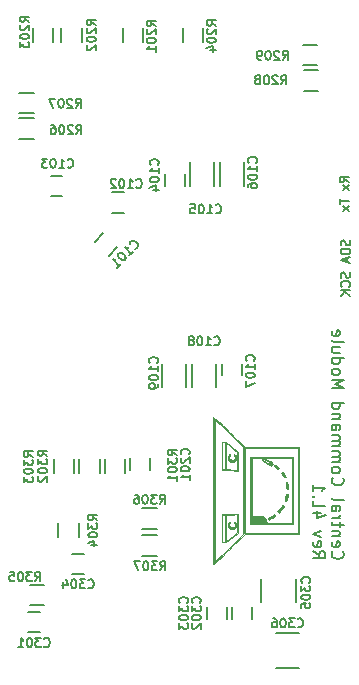
<source format=gbo>
G04 #@! TF.FileFunction,Legend,Bot*
%FSLAX46Y46*%
G04 Gerber Fmt 4.6, Leading zero omitted, Abs format (unit mm)*
G04 Created by KiCad (PCBNEW 4.0.0-2.201512072331+6194~38~ubuntu14.04.1-stable) date Mon 04 Jan 2016 09:00:13 PM CET*
%MOMM*%
G01*
G04 APERTURE LIST*
%ADD10C,0.100000*%
%ADD11C,0.127000*%
%ADD12C,0.152400*%
%ADD13C,0.150000*%
%ADD14C,0.010000*%
G04 APERTURE END LIST*
D10*
D11*
X110290429Y-99776643D02*
X110326714Y-99885500D01*
X110326714Y-100066929D01*
X110290429Y-100139500D01*
X110254143Y-100175786D01*
X110181571Y-100212071D01*
X110109000Y-100212071D01*
X110036429Y-100175786D01*
X110000143Y-100139500D01*
X109963857Y-100066929D01*
X109927571Y-99921786D01*
X109891286Y-99849214D01*
X109855000Y-99812929D01*
X109782429Y-99776643D01*
X109709857Y-99776643D01*
X109637286Y-99812929D01*
X109601000Y-99849214D01*
X109564714Y-99921786D01*
X109564714Y-100103214D01*
X109601000Y-100212071D01*
X110326714Y-100538643D02*
X109564714Y-100538643D01*
X109564714Y-100720071D01*
X109601000Y-100828928D01*
X109673571Y-100901500D01*
X109746143Y-100937785D01*
X109891286Y-100974071D01*
X110000143Y-100974071D01*
X110145286Y-100937785D01*
X110217857Y-100901500D01*
X110290429Y-100828928D01*
X110326714Y-100720071D01*
X110326714Y-100538643D01*
X110109000Y-101264357D02*
X110109000Y-101627214D01*
X110326714Y-101191785D02*
X109564714Y-101445785D01*
X110326714Y-101699785D01*
X110290429Y-102498071D02*
X110326714Y-102606928D01*
X110326714Y-102788357D01*
X110290429Y-102860928D01*
X110254143Y-102897214D01*
X110181571Y-102933499D01*
X110109000Y-102933499D01*
X110036429Y-102897214D01*
X110000143Y-102860928D01*
X109963857Y-102788357D01*
X109927571Y-102643214D01*
X109891286Y-102570642D01*
X109855000Y-102534357D01*
X109782429Y-102498071D01*
X109709857Y-102498071D01*
X109637286Y-102534357D01*
X109601000Y-102570642D01*
X109564714Y-102643214D01*
X109564714Y-102824642D01*
X109601000Y-102933499D01*
X110254143Y-103695499D02*
X110290429Y-103659213D01*
X110326714Y-103550356D01*
X110326714Y-103477785D01*
X110290429Y-103368928D01*
X110217857Y-103296356D01*
X110145286Y-103260071D01*
X110000143Y-103223785D01*
X109891286Y-103223785D01*
X109746143Y-103260071D01*
X109673571Y-103296356D01*
X109601000Y-103368928D01*
X109564714Y-103477785D01*
X109564714Y-103550356D01*
X109601000Y-103659213D01*
X109637286Y-103695499D01*
X110326714Y-104022071D02*
X109564714Y-104022071D01*
X110326714Y-104457499D02*
X109891286Y-104130928D01*
X109564714Y-104457499D02*
X110000143Y-104022071D01*
X110199714Y-94850857D02*
X109836857Y-94596857D01*
X110199714Y-94415429D02*
X109437714Y-94415429D01*
X109437714Y-94705714D01*
X109474000Y-94778286D01*
X109510286Y-94814571D01*
X109582857Y-94850857D01*
X109691714Y-94850857D01*
X109764286Y-94814571D01*
X109800571Y-94778286D01*
X109836857Y-94705714D01*
X109836857Y-94415429D01*
X110199714Y-95104857D02*
X109691714Y-95504000D01*
X109691714Y-95104857D02*
X110199714Y-95504000D01*
X109437714Y-96265999D02*
X109437714Y-96701428D01*
X110199714Y-96483714D02*
X109437714Y-96483714D01*
X110199714Y-96882856D02*
X109691714Y-97281999D01*
X109691714Y-96882856D02*
X110199714Y-97281999D01*
D12*
X108882543Y-126114024D02*
X108834162Y-126162405D01*
X108785781Y-126307548D01*
X108785781Y-126404310D01*
X108834162Y-126549452D01*
X108930924Y-126646214D01*
X109027686Y-126694595D01*
X109221210Y-126742976D01*
X109366352Y-126742976D01*
X109559876Y-126694595D01*
X109656638Y-126646214D01*
X109753400Y-126549452D01*
X109801781Y-126404310D01*
X109801781Y-126307548D01*
X109753400Y-126162405D01*
X109705019Y-126114024D01*
X108834162Y-125291548D02*
X108785781Y-125388310D01*
X108785781Y-125581833D01*
X108834162Y-125678595D01*
X108930924Y-125726976D01*
X109317971Y-125726976D01*
X109414733Y-125678595D01*
X109463114Y-125581833D01*
X109463114Y-125388310D01*
X109414733Y-125291548D01*
X109317971Y-125243167D01*
X109221210Y-125243167D01*
X109124448Y-125726976D01*
X109463114Y-124807738D02*
X108785781Y-124807738D01*
X109366352Y-124807738D02*
X109414733Y-124759357D01*
X109463114Y-124662595D01*
X109463114Y-124517453D01*
X109414733Y-124420691D01*
X109317971Y-124372310D01*
X108785781Y-124372310D01*
X109463114Y-124033643D02*
X109463114Y-123646595D01*
X109801781Y-123888500D02*
X108930924Y-123888500D01*
X108834162Y-123840119D01*
X108785781Y-123743357D01*
X108785781Y-123646595D01*
X108785781Y-123307929D02*
X109463114Y-123307929D01*
X109269590Y-123307929D02*
X109366352Y-123259548D01*
X109414733Y-123211167D01*
X109463114Y-123114405D01*
X109463114Y-123017644D01*
X108785781Y-122243549D02*
X109317971Y-122243549D01*
X109414733Y-122291930D01*
X109463114Y-122388692D01*
X109463114Y-122582215D01*
X109414733Y-122678977D01*
X108834162Y-122243549D02*
X108785781Y-122340311D01*
X108785781Y-122582215D01*
X108834162Y-122678977D01*
X108930924Y-122727358D01*
X109027686Y-122727358D01*
X109124448Y-122678977D01*
X109172829Y-122582215D01*
X109172829Y-122340311D01*
X109221210Y-122243549D01*
X108785781Y-121614596D02*
X108834162Y-121711358D01*
X108930924Y-121759739D01*
X109801781Y-121759739D01*
X108882543Y-119872883D02*
X108834162Y-119921264D01*
X108785781Y-120066407D01*
X108785781Y-120163169D01*
X108834162Y-120308311D01*
X108930924Y-120405073D01*
X109027686Y-120453454D01*
X109221210Y-120501835D01*
X109366352Y-120501835D01*
X109559876Y-120453454D01*
X109656638Y-120405073D01*
X109753400Y-120308311D01*
X109801781Y-120163169D01*
X109801781Y-120066407D01*
X109753400Y-119921264D01*
X109705019Y-119872883D01*
X108785781Y-119292311D02*
X108834162Y-119389073D01*
X108882543Y-119437454D01*
X108979305Y-119485835D01*
X109269590Y-119485835D01*
X109366352Y-119437454D01*
X109414733Y-119389073D01*
X109463114Y-119292311D01*
X109463114Y-119147169D01*
X109414733Y-119050407D01*
X109366352Y-119002026D01*
X109269590Y-118953645D01*
X108979305Y-118953645D01*
X108882543Y-119002026D01*
X108834162Y-119050407D01*
X108785781Y-119147169D01*
X108785781Y-119292311D01*
X108785781Y-118518216D02*
X109463114Y-118518216D01*
X109366352Y-118518216D02*
X109414733Y-118469835D01*
X109463114Y-118373073D01*
X109463114Y-118227931D01*
X109414733Y-118131169D01*
X109317971Y-118082788D01*
X108785781Y-118082788D01*
X109317971Y-118082788D02*
X109414733Y-118034407D01*
X109463114Y-117937645D01*
X109463114Y-117792502D01*
X109414733Y-117695740D01*
X109317971Y-117647359D01*
X108785781Y-117647359D01*
X108785781Y-117163549D02*
X109463114Y-117163549D01*
X109366352Y-117163549D02*
X109414733Y-117115168D01*
X109463114Y-117018406D01*
X109463114Y-116873264D01*
X109414733Y-116776502D01*
X109317971Y-116728121D01*
X108785781Y-116728121D01*
X109317971Y-116728121D02*
X109414733Y-116679740D01*
X109463114Y-116582978D01*
X109463114Y-116437835D01*
X109414733Y-116341073D01*
X109317971Y-116292692D01*
X108785781Y-116292692D01*
X108785781Y-115373454D02*
X109317971Y-115373454D01*
X109414733Y-115421835D01*
X109463114Y-115518597D01*
X109463114Y-115712120D01*
X109414733Y-115808882D01*
X108834162Y-115373454D02*
X108785781Y-115470216D01*
X108785781Y-115712120D01*
X108834162Y-115808882D01*
X108930924Y-115857263D01*
X109027686Y-115857263D01*
X109124448Y-115808882D01*
X109172829Y-115712120D01*
X109172829Y-115470216D01*
X109221210Y-115373454D01*
X109463114Y-114889644D02*
X108785781Y-114889644D01*
X109366352Y-114889644D02*
X109414733Y-114841263D01*
X109463114Y-114744501D01*
X109463114Y-114599359D01*
X109414733Y-114502597D01*
X109317971Y-114454216D01*
X108785781Y-114454216D01*
X108785781Y-113534978D02*
X109801781Y-113534978D01*
X108834162Y-113534978D02*
X108785781Y-113631740D01*
X108785781Y-113825263D01*
X108834162Y-113922025D01*
X108882543Y-113970406D01*
X108979305Y-114018787D01*
X109269590Y-114018787D01*
X109366352Y-113970406D01*
X109414733Y-113922025D01*
X109463114Y-113825263D01*
X109463114Y-113631740D01*
X109414733Y-113534978D01*
X108785781Y-112277073D02*
X109801781Y-112277073D01*
X109076067Y-111938407D01*
X109801781Y-111599740D01*
X108785781Y-111599740D01*
X108785781Y-110970787D02*
X108834162Y-111067549D01*
X108882543Y-111115930D01*
X108979305Y-111164311D01*
X109269590Y-111164311D01*
X109366352Y-111115930D01*
X109414733Y-111067549D01*
X109463114Y-110970787D01*
X109463114Y-110825645D01*
X109414733Y-110728883D01*
X109366352Y-110680502D01*
X109269590Y-110632121D01*
X108979305Y-110632121D01*
X108882543Y-110680502D01*
X108834162Y-110728883D01*
X108785781Y-110825645D01*
X108785781Y-110970787D01*
X108785781Y-109761264D02*
X109801781Y-109761264D01*
X108834162Y-109761264D02*
X108785781Y-109858026D01*
X108785781Y-110051549D01*
X108834162Y-110148311D01*
X108882543Y-110196692D01*
X108979305Y-110245073D01*
X109269590Y-110245073D01*
X109366352Y-110196692D01*
X109414733Y-110148311D01*
X109463114Y-110051549D01*
X109463114Y-109858026D01*
X109414733Y-109761264D01*
X109463114Y-108842026D02*
X108785781Y-108842026D01*
X109463114Y-109277454D02*
X108930924Y-109277454D01*
X108834162Y-109229073D01*
X108785781Y-109132311D01*
X108785781Y-108987169D01*
X108834162Y-108890407D01*
X108882543Y-108842026D01*
X108785781Y-108213073D02*
X108834162Y-108309835D01*
X108930924Y-108358216D01*
X109801781Y-108358216D01*
X108834162Y-107438979D02*
X108785781Y-107535741D01*
X108785781Y-107729264D01*
X108834162Y-107826026D01*
X108930924Y-107874407D01*
X109317971Y-107874407D01*
X109414733Y-107826026D01*
X109463114Y-107729264D01*
X109463114Y-107535741D01*
X109414733Y-107438979D01*
X109317971Y-107390598D01*
X109221210Y-107390598D01*
X109124448Y-107874407D01*
X107210981Y-126114024D02*
X107694790Y-126452690D01*
X107210981Y-126694595D02*
X108226981Y-126694595D01*
X108226981Y-126307548D01*
X108178600Y-126210786D01*
X108130219Y-126162405D01*
X108033457Y-126114024D01*
X107888314Y-126114024D01*
X107791552Y-126162405D01*
X107743171Y-126210786D01*
X107694790Y-126307548D01*
X107694790Y-126694595D01*
X107259362Y-125291548D02*
X107210981Y-125388310D01*
X107210981Y-125581833D01*
X107259362Y-125678595D01*
X107356124Y-125726976D01*
X107743171Y-125726976D01*
X107839933Y-125678595D01*
X107888314Y-125581833D01*
X107888314Y-125388310D01*
X107839933Y-125291548D01*
X107743171Y-125243167D01*
X107646410Y-125243167D01*
X107549648Y-125726976D01*
X107888314Y-124904500D02*
X107210981Y-124662595D01*
X107888314Y-124420691D01*
X107888314Y-122824120D02*
X107210981Y-122824120D01*
X108275362Y-123066024D02*
X107549648Y-123307929D01*
X107549648Y-122678977D01*
X107210981Y-121808120D02*
X107210981Y-122291929D01*
X108226981Y-122291929D01*
X107307743Y-121469453D02*
X107259362Y-121421072D01*
X107210981Y-121469453D01*
X107259362Y-121517834D01*
X107307743Y-121469453D01*
X107210981Y-121469453D01*
X107210981Y-120453453D02*
X107210981Y-121034024D01*
X107210981Y-120743738D02*
X108226981Y-120743738D01*
X108081838Y-120840500D01*
X107985076Y-120937262D01*
X107936695Y-121034024D01*
D13*
X101201790Y-110214023D02*
X101201790Y-111214023D01*
X99501790Y-111214023D02*
X99501790Y-110214023D01*
X98963790Y-110222024D02*
X98963790Y-112222024D01*
X96913790Y-112222024D02*
X96913790Y-110222024D01*
X96423790Y-110222023D02*
X96423790Y-112222023D01*
X94373790Y-112222023D02*
X94373790Y-110222023D01*
X88707406Y-99879313D02*
X89414513Y-99172206D01*
X90616594Y-100374287D02*
X89909487Y-101081394D01*
X91178000Y-97420800D02*
X90178000Y-97420800D01*
X90178000Y-95720800D02*
X91178000Y-95720800D01*
X85971000Y-96023800D02*
X84971000Y-96023800D01*
X84971000Y-94323800D02*
X85971000Y-94323800D01*
X91733000Y-119245000D02*
X91733000Y-118245000D01*
X93433000Y-118245000D02*
X93433000Y-119245000D01*
X84066000Y-132930000D02*
X83066000Y-132930000D01*
X83066000Y-131230000D02*
X84066000Y-131230000D01*
X100369000Y-131818000D02*
X100369000Y-130818000D01*
X102069000Y-130818000D02*
X102069000Y-131818000D01*
X98210000Y-131818000D02*
X98210000Y-130818000D01*
X99910000Y-130818000D02*
X99910000Y-131818000D01*
X86799800Y-126327800D02*
X87799800Y-126327800D01*
X87799800Y-128027800D02*
X86799800Y-128027800D01*
X102792000Y-130413000D02*
X102792000Y-128413000D01*
X105742000Y-128413000D02*
X105742000Y-130413000D01*
X104029000Y-133018000D02*
X106029000Y-133018000D01*
X106029000Y-135968000D02*
X104029000Y-135968000D01*
X92823000Y-83023000D02*
X92823000Y-81823000D01*
X91073000Y-81823000D02*
X91073000Y-83023000D01*
X85866000Y-81823000D02*
X85866000Y-83023000D01*
X87616000Y-83023000D02*
X87616000Y-81823000D01*
X85203000Y-83023000D02*
X85203000Y-81823000D01*
X83453000Y-81823000D02*
X83453000Y-83023000D01*
X96153000Y-81823000D02*
X96153000Y-83023000D01*
X97903000Y-83023000D02*
X97903000Y-81823000D01*
X89549000Y-118272000D02*
X89549000Y-119472000D01*
X91299000Y-119472000D02*
X91299000Y-118272000D01*
X89140000Y-119472000D02*
X89140000Y-118272000D01*
X87390000Y-118272000D02*
X87390000Y-119472000D01*
X86981000Y-119472000D02*
X86981000Y-118272000D01*
X85231000Y-118272000D02*
X85231000Y-119472000D01*
X85612000Y-123733000D02*
X85612000Y-124933000D01*
X87362000Y-124933000D02*
X87362000Y-123733000D01*
X83220000Y-130669000D02*
X84420000Y-130669000D01*
X84420000Y-128919000D02*
X83220000Y-128919000D01*
X93945000Y-122442000D02*
X92745000Y-122442000D01*
X92745000Y-124192000D02*
X93945000Y-124192000D01*
X93945000Y-124728000D02*
X92745000Y-124728000D01*
X92745000Y-126478000D02*
X93945000Y-126478000D01*
X94654000Y-95165800D02*
X94654000Y-94165800D01*
X96354000Y-94165800D02*
X96354000Y-95165800D01*
X83531000Y-89422000D02*
X82331000Y-89422000D01*
X82331000Y-91172000D02*
X83531000Y-91172000D01*
X83531000Y-87263000D02*
X82331000Y-87263000D01*
X82331000Y-89013000D02*
X83531000Y-89013000D01*
X107597500Y-85358000D02*
X106397500Y-85358000D01*
X106397500Y-87108000D02*
X107597500Y-87108000D01*
X107534000Y-83199000D02*
X106334000Y-83199000D01*
X106334000Y-84949000D02*
X107534000Y-84949000D01*
X96765000Y-95157800D02*
X96765000Y-93157800D01*
X98815000Y-93157800D02*
X98815000Y-95157800D01*
X99305000Y-95157800D02*
X99305000Y-93157800D01*
X101355000Y-93157800D02*
X101355000Y-95157800D01*
D14*
G36*
X103737833Y-117240544D02*
X101430667Y-117238922D01*
X100541667Y-116390720D01*
X100333600Y-116192227D01*
X100120186Y-115988682D01*
X99908841Y-115787153D01*
X99706977Y-115594707D01*
X99522008Y-115418412D01*
X99361349Y-115265337D01*
X99232414Y-115142548D01*
X99208167Y-115119468D01*
X98763667Y-114696420D01*
X98763667Y-127210424D01*
X98876556Y-127108536D01*
X98876556Y-126955224D01*
X98876556Y-114977155D01*
X98959737Y-115044272D01*
X98995521Y-115076037D01*
X99068118Y-115142929D01*
X99173476Y-115241136D01*
X99307544Y-115366847D01*
X99466270Y-115516253D01*
X99645604Y-115685541D01*
X99841492Y-115870901D01*
X100049884Y-116068523D01*
X100171278Y-116183833D01*
X101299639Y-117256278D01*
X101299893Y-120953389D01*
X101300146Y-124650500D01*
X100396777Y-125511278D01*
X100194512Y-125703952D01*
X99993187Y-125895630D01*
X99799011Y-126080407D01*
X99618192Y-126252379D01*
X99456940Y-126405642D01*
X99321464Y-126534291D01*
X99217972Y-126632421D01*
X99184982Y-126663640D01*
X98876556Y-126955224D01*
X98876556Y-127108536D01*
X98954167Y-127038487D01*
X99010493Y-126986437D01*
X99102977Y-126899479D01*
X99227142Y-126781882D01*
X99378508Y-126637915D01*
X99552600Y-126471847D01*
X99744940Y-126287945D01*
X99951049Y-126090479D01*
X100166452Y-125883717D01*
X100287667Y-125767193D01*
X101430667Y-124667835D01*
X103737833Y-124666223D01*
X105932111Y-124664690D01*
X105932111Y-124551722D01*
X101473000Y-124551722D01*
X101473000Y-117355055D01*
X105932111Y-117355055D01*
X105932111Y-124551722D01*
X105932111Y-124664690D01*
X106045000Y-124664611D01*
X106045000Y-117242167D01*
X103737833Y-117240544D01*
X103737833Y-117240544D01*
G37*
X103737833Y-117240544D02*
X101430667Y-117238922D01*
X100541667Y-116390720D01*
X100333600Y-116192227D01*
X100120186Y-115988682D01*
X99908841Y-115787153D01*
X99706977Y-115594707D01*
X99522008Y-115418412D01*
X99361349Y-115265337D01*
X99232414Y-115142548D01*
X99208167Y-115119468D01*
X98763667Y-114696420D01*
X98763667Y-127210424D01*
X98876556Y-127108536D01*
X98876556Y-126955224D01*
X98876556Y-114977155D01*
X98959737Y-115044272D01*
X98995521Y-115076037D01*
X99068118Y-115142929D01*
X99173476Y-115241136D01*
X99307544Y-115366847D01*
X99466270Y-115516253D01*
X99645604Y-115685541D01*
X99841492Y-115870901D01*
X100049884Y-116068523D01*
X100171278Y-116183833D01*
X101299639Y-117256278D01*
X101299893Y-120953389D01*
X101300146Y-124650500D01*
X100396777Y-125511278D01*
X100194512Y-125703952D01*
X99993187Y-125895630D01*
X99799011Y-126080407D01*
X99618192Y-126252379D01*
X99456940Y-126405642D01*
X99321464Y-126534291D01*
X99217972Y-126632421D01*
X99184982Y-126663640D01*
X98876556Y-126955224D01*
X98876556Y-127108536D01*
X98954167Y-127038487D01*
X99010493Y-126986437D01*
X99102977Y-126899479D01*
X99227142Y-126781882D01*
X99378508Y-126637915D01*
X99552600Y-126471847D01*
X99744940Y-126287945D01*
X99951049Y-126090479D01*
X100166452Y-125883717D01*
X100287667Y-125767193D01*
X101430667Y-124667835D01*
X103737833Y-124666223D01*
X105932111Y-124664690D01*
X105932111Y-124551722D01*
X101473000Y-124551722D01*
X101473000Y-117355055D01*
X105932111Y-117355055D01*
X105932111Y-124551722D01*
X105932111Y-124664690D01*
X106045000Y-124664611D01*
X106045000Y-117242167D01*
X103737833Y-117240544D01*
G36*
X100746278Y-122914503D02*
X100695473Y-122915975D01*
X100597967Y-122920278D01*
X100463406Y-122926928D01*
X100301438Y-122935445D01*
X100121709Y-122945347D01*
X100068945Y-122948335D01*
X99469222Y-122982497D01*
X99469222Y-125336931D01*
X99643948Y-125346493D01*
X99779667Y-125353920D01*
X99779667Y-125313722D01*
X99497445Y-125313722D01*
X99497445Y-123027722D01*
X99575056Y-123027337D01*
X99659698Y-123020606D01*
X99716167Y-123009934D01*
X99779667Y-122992917D01*
X99779667Y-125313722D01*
X99779667Y-125353920D01*
X99818673Y-125356055D01*
X99836111Y-125341598D01*
X99836111Y-125264077D01*
X99836111Y-123035395D01*
X100167722Y-123016220D01*
X100314301Y-123006982D01*
X100454363Y-122996817D01*
X100570116Y-122987091D01*
X100633389Y-122980526D01*
X100767445Y-122964006D01*
X100767445Y-124492356D01*
X100435833Y-124769946D01*
X100307494Y-124877113D01*
X100182455Y-124981053D01*
X100072660Y-125071869D01*
X99990053Y-125139666D01*
X99970167Y-125155807D01*
X99836111Y-125264077D01*
X99836111Y-125341598D01*
X100823889Y-124522663D01*
X100823889Y-122914833D01*
X100746278Y-122914503D01*
X100746278Y-122914503D01*
G37*
X100746278Y-122914503D02*
X100695473Y-122915975D01*
X100597967Y-122920278D01*
X100463406Y-122926928D01*
X100301438Y-122935445D01*
X100121709Y-122945347D01*
X100068945Y-122948335D01*
X99469222Y-122982497D01*
X99469222Y-125336931D01*
X99643948Y-125346493D01*
X99779667Y-125353920D01*
X99779667Y-125313722D01*
X99497445Y-125313722D01*
X99497445Y-123027722D01*
X99575056Y-123027337D01*
X99659698Y-123020606D01*
X99716167Y-123009934D01*
X99779667Y-122992917D01*
X99779667Y-125313722D01*
X99779667Y-125353920D01*
X99818673Y-125356055D01*
X99836111Y-125341598D01*
X99836111Y-125264077D01*
X99836111Y-123035395D01*
X100167722Y-123016220D01*
X100314301Y-123006982D01*
X100454363Y-122996817D01*
X100570116Y-122987091D01*
X100633389Y-122980526D01*
X100767445Y-122964006D01*
X100767445Y-124492356D01*
X100435833Y-124769946D01*
X100307494Y-124877113D01*
X100182455Y-124981053D01*
X100072660Y-125071869D01*
X99990053Y-125139666D01*
X99970167Y-125155807D01*
X99836111Y-125264077D01*
X99836111Y-125341598D01*
X100823889Y-124522663D01*
X100823889Y-122914833D01*
X100746278Y-122914503D01*
G36*
X100312676Y-117242585D02*
X99801463Y-116818833D01*
X99469222Y-116818833D01*
X99469222Y-119206992D01*
X99779667Y-119224114D01*
X99779667Y-119161278D01*
X99497445Y-119161278D01*
X99497445Y-116847055D01*
X99779667Y-116847055D01*
X99779667Y-119161278D01*
X99779667Y-119224114D01*
X100083056Y-119240847D01*
X100267039Y-119250826D01*
X100434936Y-119259614D01*
X100577511Y-119266755D01*
X100685531Y-119271790D01*
X100749759Y-119274260D01*
X100760389Y-119274434D01*
X100767445Y-119274405D01*
X100767445Y-119224994D01*
X100633389Y-119208474D01*
X100549994Y-119200085D01*
X100428020Y-119190163D01*
X100285257Y-119180074D01*
X100167722Y-119172780D01*
X99836111Y-119153605D01*
X99836111Y-116924923D01*
X99970167Y-117033193D01*
X100040725Y-117090837D01*
X100142560Y-117174889D01*
X100263726Y-117275452D01*
X100392280Y-117382628D01*
X100435833Y-117419054D01*
X100767445Y-117696644D01*
X100767445Y-119224994D01*
X100767445Y-119274405D01*
X100823889Y-119274167D01*
X100823889Y-117666336D01*
X100312676Y-117242585D01*
X100312676Y-117242585D01*
G37*
X100312676Y-117242585D02*
X99801463Y-116818833D01*
X99469222Y-116818833D01*
X99469222Y-119206992D01*
X99779667Y-119224114D01*
X99779667Y-119161278D01*
X99497445Y-119161278D01*
X99497445Y-116847055D01*
X99779667Y-116847055D01*
X99779667Y-119161278D01*
X99779667Y-119224114D01*
X100083056Y-119240847D01*
X100267039Y-119250826D01*
X100434936Y-119259614D01*
X100577511Y-119266755D01*
X100685531Y-119271790D01*
X100749759Y-119274260D01*
X100760389Y-119274434D01*
X100767445Y-119274405D01*
X100767445Y-119224994D01*
X100633389Y-119208474D01*
X100549994Y-119200085D01*
X100428020Y-119190163D01*
X100285257Y-119180074D01*
X100167722Y-119172780D01*
X99836111Y-119153605D01*
X99836111Y-116924923D01*
X99970167Y-117033193D01*
X100040725Y-117090837D01*
X100142560Y-117174889D01*
X100263726Y-117275452D01*
X100392280Y-117382628D01*
X100435833Y-117419054D01*
X100767445Y-117696644D01*
X100767445Y-119224994D01*
X100767445Y-119274405D01*
X100823889Y-119274167D01*
X100823889Y-117666336D01*
X100312676Y-117242585D01*
G36*
X101896333Y-118088833D02*
X101896333Y-123817944D01*
X105395889Y-123817944D01*
X105395889Y-123705055D01*
X103279222Y-123705055D01*
X103278603Y-123627444D01*
X103253263Y-123499978D01*
X103187196Y-123369323D01*
X103092445Y-123252320D01*
X102981055Y-123165806D01*
X102931663Y-123142407D01*
X102874156Y-123131164D01*
X102773604Y-123121839D01*
X102643395Y-123115308D01*
X102496921Y-123112447D01*
X102473052Y-123112389D01*
X102093889Y-123112389D01*
X102093889Y-123408722D01*
X102092591Y-123544044D01*
X102087830Y-123632075D01*
X102078303Y-123681926D01*
X102062710Y-123702710D01*
X102051556Y-123705055D01*
X102044489Y-123700167D01*
X102038241Y-123683373D01*
X102032763Y-123651480D01*
X102028007Y-123601296D01*
X102023922Y-123529629D01*
X102020460Y-123433285D01*
X102017572Y-123309071D01*
X102015208Y-123153795D01*
X102013319Y-122964265D01*
X102011857Y-122737287D01*
X102010773Y-122469668D01*
X102010016Y-122158216D01*
X102009538Y-121799739D01*
X102009290Y-121391043D01*
X102009222Y-120953389D01*
X102009222Y-118201722D01*
X105395889Y-118201722D01*
X105395889Y-123705055D01*
X105395889Y-123817944D01*
X105508778Y-123817944D01*
X105508778Y-118088833D01*
X101896333Y-118088833D01*
X101896333Y-118088833D01*
G37*
X101896333Y-118088833D02*
X101896333Y-123817944D01*
X105395889Y-123817944D01*
X105395889Y-123705055D01*
X103279222Y-123705055D01*
X103278603Y-123627444D01*
X103253263Y-123499978D01*
X103187196Y-123369323D01*
X103092445Y-123252320D01*
X102981055Y-123165806D01*
X102931663Y-123142407D01*
X102874156Y-123131164D01*
X102773604Y-123121839D01*
X102643395Y-123115308D01*
X102496921Y-123112447D01*
X102473052Y-123112389D01*
X102093889Y-123112389D01*
X102093889Y-123408722D01*
X102092591Y-123544044D01*
X102087830Y-123632075D01*
X102078303Y-123681926D01*
X102062710Y-123702710D01*
X102051556Y-123705055D01*
X102044489Y-123700167D01*
X102038241Y-123683373D01*
X102032763Y-123651480D01*
X102028007Y-123601296D01*
X102023922Y-123529629D01*
X102020460Y-123433285D01*
X102017572Y-123309071D01*
X102015208Y-123153795D01*
X102013319Y-122964265D01*
X102011857Y-122737287D01*
X102010773Y-122469668D01*
X102010016Y-122158216D01*
X102009538Y-121799739D01*
X102009290Y-121391043D01*
X102009222Y-120953389D01*
X102009222Y-118201722D01*
X105395889Y-118201722D01*
X105395889Y-123705055D01*
X105395889Y-123817944D01*
X105508778Y-123817944D01*
X105508778Y-118088833D01*
X101896333Y-118088833D01*
G36*
X100671950Y-123768725D02*
X100630633Y-123674931D01*
X100570096Y-123612358D01*
X100531620Y-123597153D01*
X100493118Y-123605413D01*
X100489416Y-123642948D01*
X100519209Y-123695647D01*
X100543036Y-123720406D01*
X100590902Y-123793683D01*
X100591955Y-123873357D01*
X100553300Y-123949128D01*
X100482042Y-124010693D01*
X100385284Y-124047751D01*
X100313082Y-124053844D01*
X100205491Y-124031630D01*
X100123927Y-123978655D01*
X100074369Y-123906085D01*
X100062797Y-123825090D01*
X100095187Y-123746836D01*
X100130063Y-123711971D01*
X100171538Y-123662322D01*
X100175126Y-123620414D01*
X100144120Y-123601639D01*
X100107978Y-123608742D01*
X100044583Y-123660666D01*
X100001220Y-123749699D01*
X99980156Y-123859376D01*
X99983660Y-123973229D01*
X100013999Y-124074791D01*
X100038405Y-124113892D01*
X100142219Y-124205156D01*
X100265069Y-124250377D01*
X100394258Y-124250194D01*
X100517089Y-124205244D01*
X100620865Y-124116165D01*
X100644755Y-124083437D01*
X100682594Y-123988377D01*
X100690465Y-123878339D01*
X100671950Y-123768725D01*
X100671950Y-123768725D01*
G37*
X100671950Y-123768725D02*
X100630633Y-123674931D01*
X100570096Y-123612358D01*
X100531620Y-123597153D01*
X100493118Y-123605413D01*
X100489416Y-123642948D01*
X100519209Y-123695647D01*
X100543036Y-123720406D01*
X100590902Y-123793683D01*
X100591955Y-123873357D01*
X100553300Y-123949128D01*
X100482042Y-124010693D01*
X100385284Y-124047751D01*
X100313082Y-124053844D01*
X100205491Y-124031630D01*
X100123927Y-123978655D01*
X100074369Y-123906085D01*
X100062797Y-123825090D01*
X100095187Y-123746836D01*
X100130063Y-123711971D01*
X100171538Y-123662322D01*
X100175126Y-123620414D01*
X100144120Y-123601639D01*
X100107978Y-123608742D01*
X100044583Y-123660666D01*
X100001220Y-123749699D01*
X99980156Y-123859376D01*
X99983660Y-123973229D01*
X100013999Y-124074791D01*
X100038405Y-124113892D01*
X100142219Y-124205156D01*
X100265069Y-124250377D01*
X100394258Y-124250194D01*
X100517089Y-124205244D01*
X100620865Y-124116165D01*
X100644755Y-124083437D01*
X100682594Y-123988377D01*
X100690465Y-123878339D01*
X100671950Y-123768725D01*
G36*
X100671950Y-118067836D02*
X100630633Y-117974043D01*
X100570096Y-117911470D01*
X100531620Y-117896264D01*
X100493118Y-117904525D01*
X100489416Y-117942059D01*
X100519209Y-117994758D01*
X100543036Y-118019517D01*
X100590902Y-118092794D01*
X100591955Y-118172468D01*
X100553300Y-118248239D01*
X100482042Y-118309804D01*
X100385284Y-118346862D01*
X100313082Y-118352955D01*
X100205491Y-118330741D01*
X100123927Y-118277766D01*
X100074369Y-118205197D01*
X100062797Y-118124201D01*
X100095187Y-118045948D01*
X100130063Y-118011082D01*
X100171538Y-117961433D01*
X100175126Y-117919525D01*
X100144120Y-117900750D01*
X100107978Y-117907853D01*
X100044583Y-117959777D01*
X100001220Y-118048810D01*
X99980156Y-118158487D01*
X99983660Y-118272340D01*
X100013999Y-118373902D01*
X100038405Y-118413003D01*
X100142219Y-118504267D01*
X100265069Y-118549488D01*
X100394258Y-118549305D01*
X100517089Y-118504355D01*
X100620865Y-118415276D01*
X100644755Y-118382549D01*
X100682594Y-118287488D01*
X100690465Y-118177450D01*
X100671950Y-118067836D01*
X100671950Y-118067836D01*
G37*
X100671950Y-118067836D02*
X100630633Y-117974043D01*
X100570096Y-117911470D01*
X100531620Y-117896264D01*
X100493118Y-117904525D01*
X100489416Y-117942059D01*
X100519209Y-117994758D01*
X100543036Y-118019517D01*
X100590902Y-118092794D01*
X100591955Y-118172468D01*
X100553300Y-118248239D01*
X100482042Y-118309804D01*
X100385284Y-118346862D01*
X100313082Y-118352955D01*
X100205491Y-118330741D01*
X100123927Y-118277766D01*
X100074369Y-118205197D01*
X100062797Y-118124201D01*
X100095187Y-118045948D01*
X100130063Y-118011082D01*
X100171538Y-117961433D01*
X100175126Y-117919525D01*
X100144120Y-117900750D01*
X100107978Y-117907853D01*
X100044583Y-117959777D01*
X100001220Y-118048810D01*
X99980156Y-118158487D01*
X99983660Y-118272340D01*
X100013999Y-118373902D01*
X100038405Y-118413003D01*
X100142219Y-118504267D01*
X100265069Y-118549488D01*
X100394258Y-118549305D01*
X100517089Y-118504355D01*
X100620865Y-118415276D01*
X100644755Y-118382549D01*
X100682594Y-118287488D01*
X100690465Y-118177450D01*
X100671950Y-118067836D01*
G36*
X103842329Y-118741038D02*
X103801333Y-118698177D01*
X103753719Y-118640992D01*
X103730929Y-118594817D01*
X103730600Y-118591061D01*
X103705722Y-118550491D01*
X103630450Y-118498178D01*
X103503310Y-118433249D01*
X103349778Y-118365996D01*
X103164185Y-118295052D01*
X103024338Y-118256019D01*
X102930499Y-118248955D01*
X102892101Y-118263247D01*
X102863920Y-118293928D01*
X102864103Y-118325989D01*
X102897749Y-118370698D01*
X102969960Y-118439320D01*
X102973105Y-118442163D01*
X103047784Y-118503908D01*
X103144205Y-118575589D01*
X103252321Y-118650731D01*
X103362084Y-118722861D01*
X103403527Y-118748473D01*
X103403527Y-118681500D01*
X103363424Y-118664647D01*
X103294835Y-118620406D01*
X103209693Y-118558251D01*
X103119934Y-118487657D01*
X103037492Y-118418098D01*
X102974303Y-118359050D01*
X102942302Y-118319986D01*
X102940556Y-118313962D01*
X102964393Y-118305993D01*
X103023831Y-118314337D01*
X103046389Y-118320001D01*
X103126376Y-118344965D01*
X103223607Y-118379510D01*
X103324082Y-118418068D01*
X103413798Y-118455067D01*
X103478757Y-118484937D01*
X103504956Y-118502109D01*
X103505000Y-118502458D01*
X103492610Y-118538341D01*
X103463770Y-118594598D01*
X103430970Y-118649187D01*
X103406705Y-118680066D01*
X103403527Y-118681500D01*
X103403527Y-118748473D01*
X103463445Y-118785504D01*
X103546356Y-118832187D01*
X103600769Y-118856435D01*
X103616466Y-118856672D01*
X103653839Y-118841105D01*
X103695500Y-118839101D01*
X103749133Y-118835761D01*
X103750178Y-118813936D01*
X103709656Y-118778641D01*
X103674461Y-118742112D01*
X103683864Y-118723907D01*
X103727943Y-118727723D01*
X103784600Y-118750699D01*
X103848629Y-118779947D01*
X103867727Y-118777179D01*
X103842329Y-118741038D01*
X103842329Y-118741038D01*
G37*
X103842329Y-118741038D02*
X103801333Y-118698177D01*
X103753719Y-118640992D01*
X103730929Y-118594817D01*
X103730600Y-118591061D01*
X103705722Y-118550491D01*
X103630450Y-118498178D01*
X103503310Y-118433249D01*
X103349778Y-118365996D01*
X103164185Y-118295052D01*
X103024338Y-118256019D01*
X102930499Y-118248955D01*
X102892101Y-118263247D01*
X102863920Y-118293928D01*
X102864103Y-118325989D01*
X102897749Y-118370698D01*
X102969960Y-118439320D01*
X102973105Y-118442163D01*
X103047784Y-118503908D01*
X103144205Y-118575589D01*
X103252321Y-118650731D01*
X103362084Y-118722861D01*
X103403527Y-118748473D01*
X103403527Y-118681500D01*
X103363424Y-118664647D01*
X103294835Y-118620406D01*
X103209693Y-118558251D01*
X103119934Y-118487657D01*
X103037492Y-118418098D01*
X102974303Y-118359050D01*
X102942302Y-118319986D01*
X102940556Y-118313962D01*
X102964393Y-118305993D01*
X103023831Y-118314337D01*
X103046389Y-118320001D01*
X103126376Y-118344965D01*
X103223607Y-118379510D01*
X103324082Y-118418068D01*
X103413798Y-118455067D01*
X103478757Y-118484937D01*
X103504956Y-118502109D01*
X103505000Y-118502458D01*
X103492610Y-118538341D01*
X103463770Y-118594598D01*
X103430970Y-118649187D01*
X103406705Y-118680066D01*
X103403527Y-118681500D01*
X103403527Y-118748473D01*
X103463445Y-118785504D01*
X103546356Y-118832187D01*
X103600769Y-118856435D01*
X103616466Y-118856672D01*
X103653839Y-118841105D01*
X103695500Y-118839101D01*
X103749133Y-118835761D01*
X103750178Y-118813936D01*
X103709656Y-118778641D01*
X103674461Y-118742112D01*
X103683864Y-118723907D01*
X103727943Y-118727723D01*
X103784600Y-118750699D01*
X103848629Y-118779947D01*
X103867727Y-118777179D01*
X103842329Y-118741038D01*
G36*
X103950360Y-123034069D02*
X103891388Y-122975098D01*
X103733472Y-123081998D01*
X103635870Y-123145786D01*
X103542256Y-123203228D01*
X103483833Y-123236035D01*
X103418342Y-123274113D01*
X103397441Y-123308704D01*
X103414153Y-123359268D01*
X103429458Y-123387697D01*
X103464804Y-123451338D01*
X103670695Y-123324398D01*
X103774530Y-123259066D01*
X103867193Y-123198447D01*
X103932301Y-123153321D01*
X103942959Y-123145249D01*
X104009331Y-123093041D01*
X103950360Y-123034069D01*
X103950360Y-123034069D01*
G37*
X103950360Y-123034069D02*
X103891388Y-122975098D01*
X103733472Y-123081998D01*
X103635870Y-123145786D01*
X103542256Y-123203228D01*
X103483833Y-123236035D01*
X103418342Y-123274113D01*
X103397441Y-123308704D01*
X103414153Y-123359268D01*
X103429458Y-123387697D01*
X103464804Y-123451338D01*
X103670695Y-123324398D01*
X103774530Y-123259066D01*
X103867193Y-123198447D01*
X103932301Y-123153321D01*
X103942959Y-123145249D01*
X104009331Y-123093041D01*
X103950360Y-123034069D01*
G36*
X104301700Y-119021236D02*
X104246575Y-118976633D01*
X104173230Y-118924056D01*
X104096828Y-118873920D01*
X104032530Y-118836640D01*
X103996119Y-118822611D01*
X103962410Y-118845423D01*
X103936844Y-118886111D01*
X103925979Y-118923408D01*
X103937935Y-118956826D01*
X103981073Y-118997684D01*
X104062813Y-119056651D01*
X104146460Y-119112851D01*
X104198330Y-119139956D01*
X104232386Y-119141942D01*
X104262595Y-119122786D01*
X104270500Y-119115777D01*
X104310800Y-119072096D01*
X104323445Y-119047452D01*
X104301700Y-119021236D01*
X104301700Y-119021236D01*
G37*
X104301700Y-119021236D02*
X104246575Y-118976633D01*
X104173230Y-118924056D01*
X104096828Y-118873920D01*
X104032530Y-118836640D01*
X103996119Y-118822611D01*
X103962410Y-118845423D01*
X103936844Y-118886111D01*
X103925979Y-118923408D01*
X103937935Y-118956826D01*
X103981073Y-118997684D01*
X104062813Y-119056651D01*
X104146460Y-119112851D01*
X104198330Y-119139956D01*
X104232386Y-119141942D01*
X104262595Y-119122786D01*
X104270500Y-119115777D01*
X104310800Y-119072096D01*
X104323445Y-119047452D01*
X104301700Y-119021236D01*
G36*
X104691227Y-122224638D02*
X104664156Y-122214219D01*
X104618282Y-122201756D01*
X104583351Y-122208920D01*
X104546611Y-122244397D01*
X104495308Y-122316875D01*
X104480236Y-122339498D01*
X104407671Y-122442304D01*
X104328747Y-122544470D01*
X104280855Y-122600956D01*
X104183589Y-122708618D01*
X104309333Y-122826722D01*
X104408111Y-122710640D01*
X104486548Y-122614636D01*
X104569336Y-122507201D01*
X104644956Y-122403874D01*
X104701887Y-122320191D01*
X104720332Y-122289507D01*
X104727366Y-122252070D01*
X104691227Y-122224638D01*
X104691227Y-122224638D01*
G37*
X104691227Y-122224638D02*
X104664156Y-122214219D01*
X104618282Y-122201756D01*
X104583351Y-122208920D01*
X104546611Y-122244397D01*
X104495308Y-122316875D01*
X104480236Y-122339498D01*
X104407671Y-122442304D01*
X104328747Y-122544470D01*
X104280855Y-122600956D01*
X104183589Y-122708618D01*
X104309333Y-122826722D01*
X104408111Y-122710640D01*
X104486548Y-122614636D01*
X104569336Y-122507201D01*
X104644956Y-122403874D01*
X104701887Y-122320191D01*
X104720332Y-122289507D01*
X104727366Y-122252070D01*
X104691227Y-122224638D01*
G36*
X104876566Y-119795915D02*
X104847836Y-119733309D01*
X104804802Y-119650288D01*
X104754963Y-119560766D01*
X104705820Y-119478656D01*
X104664872Y-119417873D01*
X104663452Y-119416004D01*
X104623922Y-119369611D01*
X104594546Y-119365041D01*
X104551861Y-119398778D01*
X104551383Y-119399212D01*
X104502857Y-119451890D01*
X104499141Y-119490220D01*
X104528056Y-119522469D01*
X104559390Y-119561844D01*
X104605360Y-119634602D01*
X104648000Y-119710304D01*
X104696839Y-119796638D01*
X104732894Y-119841883D01*
X104767236Y-119856104D01*
X104803165Y-119851363D01*
X104859799Y-119834868D01*
X104883491Y-119824195D01*
X104876566Y-119795915D01*
X104876566Y-119795915D01*
G37*
X104876566Y-119795915D02*
X104847836Y-119733309D01*
X104804802Y-119650288D01*
X104754963Y-119560766D01*
X104705820Y-119478656D01*
X104664872Y-119417873D01*
X104663452Y-119416004D01*
X104623922Y-119369611D01*
X104594546Y-119365041D01*
X104551861Y-119398778D01*
X104551383Y-119399212D01*
X104502857Y-119451890D01*
X104499141Y-119490220D01*
X104528056Y-119522469D01*
X104559390Y-119561844D01*
X104605360Y-119634602D01*
X104648000Y-119710304D01*
X104696839Y-119796638D01*
X104732894Y-119841883D01*
X104767236Y-119856104D01*
X104803165Y-119851363D01*
X104859799Y-119834868D01*
X104883491Y-119824195D01*
X104876566Y-119795915D01*
G36*
X104983497Y-121221593D02*
X104944269Y-121224052D01*
X104917301Y-121238451D01*
X104896842Y-121275485D01*
X104877142Y-121345849D01*
X104852452Y-121460238D01*
X104850727Y-121468537D01*
X104825932Y-121586639D01*
X104803988Y-121688898D01*
X104788468Y-121758743D01*
X104784997Y-121773343D01*
X104790100Y-121825783D01*
X104842496Y-121864082D01*
X104881015Y-121878908D01*
X104907179Y-121873652D01*
X104929222Y-121838563D01*
X104955383Y-121763891D01*
X104971892Y-121710895D01*
X105005662Y-121586658D01*
X105033833Y-121456876D01*
X105047163Y-121373212D01*
X105064994Y-121221500D01*
X104983497Y-121221593D01*
X104983497Y-121221593D01*
G37*
X104983497Y-121221593D02*
X104944269Y-121224052D01*
X104917301Y-121238451D01*
X104896842Y-121275485D01*
X104877142Y-121345849D01*
X104852452Y-121460238D01*
X104850727Y-121468537D01*
X104825932Y-121586639D01*
X104803988Y-121688898D01*
X104788468Y-121758743D01*
X104784997Y-121773343D01*
X104790100Y-121825783D01*
X104842496Y-121864082D01*
X104881015Y-121878908D01*
X104907179Y-121873652D01*
X104929222Y-121838563D01*
X104955383Y-121763891D01*
X104971892Y-121710895D01*
X105005662Y-121586658D01*
X105033833Y-121456876D01*
X105047163Y-121373212D01*
X105064994Y-121221500D01*
X104983497Y-121221593D01*
G36*
X105080847Y-120617460D02*
X105068723Y-120507104D01*
X105051572Y-120396709D01*
X105031896Y-120300296D01*
X105012197Y-120231887D01*
X104994974Y-120205504D01*
X104994787Y-120205500D01*
X104918694Y-120226843D01*
X104874026Y-120280611D01*
X104872534Y-120351408D01*
X104876098Y-120360999D01*
X104884545Y-120401376D01*
X104895793Y-120481671D01*
X104907599Y-120585584D01*
X104909148Y-120600888D01*
X104921006Y-120708575D01*
X104933598Y-120772367D01*
X104952454Y-120804611D01*
X104983103Y-120817651D01*
X105007833Y-120821208D01*
X105056997Y-120822589D01*
X105079281Y-120801763D01*
X105085253Y-120744101D01*
X105085445Y-120713755D01*
X105080847Y-120617460D01*
X105080847Y-120617460D01*
G37*
X105080847Y-120617460D02*
X105068723Y-120507104D01*
X105051572Y-120396709D01*
X105031896Y-120300296D01*
X105012197Y-120231887D01*
X104994974Y-120205504D01*
X104994787Y-120205500D01*
X104918694Y-120226843D01*
X104874026Y-120280611D01*
X104872534Y-120351408D01*
X104876098Y-120360999D01*
X104884545Y-120401376D01*
X104895793Y-120481671D01*
X104907599Y-120585584D01*
X104909148Y-120600888D01*
X104921006Y-120708575D01*
X104933598Y-120772367D01*
X104952454Y-120804611D01*
X104983103Y-120817651D01*
X105007833Y-120821208D01*
X105056997Y-120822589D01*
X105079281Y-120801763D01*
X105085253Y-120744101D01*
X105085445Y-120713755D01*
X105080847Y-120617460D01*
D11*
X102189643Y-109954786D02*
X102225929Y-109918500D01*
X102262214Y-109809643D01*
X102262214Y-109737072D01*
X102225929Y-109628215D01*
X102153357Y-109555643D01*
X102080786Y-109519358D01*
X101935643Y-109483072D01*
X101826786Y-109483072D01*
X101681643Y-109519358D01*
X101609071Y-109555643D01*
X101536500Y-109628215D01*
X101500214Y-109737072D01*
X101500214Y-109809643D01*
X101536500Y-109918500D01*
X101572786Y-109954786D01*
X102262214Y-110680500D02*
X102262214Y-110245072D01*
X102262214Y-110462786D02*
X101500214Y-110462786D01*
X101609071Y-110390215D01*
X101681643Y-110317643D01*
X101717929Y-110245072D01*
X101500214Y-111152214D02*
X101500214Y-111224786D01*
X101536500Y-111297357D01*
X101572786Y-111333643D01*
X101645357Y-111369929D01*
X101790500Y-111406214D01*
X101971929Y-111406214D01*
X102117071Y-111369929D01*
X102189643Y-111333643D01*
X102225929Y-111297357D01*
X102262214Y-111224786D01*
X102262214Y-111152214D01*
X102225929Y-111079643D01*
X102189643Y-111043357D01*
X102117071Y-111007072D01*
X101971929Y-110970786D01*
X101790500Y-110970786D01*
X101645357Y-111007072D01*
X101572786Y-111043357D01*
X101536500Y-111079643D01*
X101500214Y-111152214D01*
X101500214Y-111660214D02*
X101500214Y-112168214D01*
X102262214Y-111841643D01*
X98833214Y-108603143D02*
X98869500Y-108639429D01*
X98978357Y-108675714D01*
X99050928Y-108675714D01*
X99159785Y-108639429D01*
X99232357Y-108566857D01*
X99268642Y-108494286D01*
X99304928Y-108349143D01*
X99304928Y-108240286D01*
X99268642Y-108095143D01*
X99232357Y-108022571D01*
X99159785Y-107950000D01*
X99050928Y-107913714D01*
X98978357Y-107913714D01*
X98869500Y-107950000D01*
X98833214Y-107986286D01*
X98107500Y-108675714D02*
X98542928Y-108675714D01*
X98325214Y-108675714D02*
X98325214Y-107913714D01*
X98397785Y-108022571D01*
X98470357Y-108095143D01*
X98542928Y-108131429D01*
X97635786Y-107913714D02*
X97563214Y-107913714D01*
X97490643Y-107950000D01*
X97454357Y-107986286D01*
X97418071Y-108058857D01*
X97381786Y-108204000D01*
X97381786Y-108385429D01*
X97418071Y-108530571D01*
X97454357Y-108603143D01*
X97490643Y-108639429D01*
X97563214Y-108675714D01*
X97635786Y-108675714D01*
X97708357Y-108639429D01*
X97744643Y-108603143D01*
X97780928Y-108530571D01*
X97817214Y-108385429D01*
X97817214Y-108204000D01*
X97780928Y-108058857D01*
X97744643Y-107986286D01*
X97708357Y-107950000D01*
X97635786Y-107913714D01*
X96946357Y-108240286D02*
X97018929Y-108204000D01*
X97055214Y-108167714D01*
X97091500Y-108095143D01*
X97091500Y-108058857D01*
X97055214Y-107986286D01*
X97018929Y-107950000D01*
X96946357Y-107913714D01*
X96801214Y-107913714D01*
X96728643Y-107950000D01*
X96692357Y-107986286D01*
X96656072Y-108058857D01*
X96656072Y-108095143D01*
X96692357Y-108167714D01*
X96728643Y-108204000D01*
X96801214Y-108240286D01*
X96946357Y-108240286D01*
X97018929Y-108276571D01*
X97055214Y-108312857D01*
X97091500Y-108385429D01*
X97091500Y-108530571D01*
X97055214Y-108603143D01*
X97018929Y-108639429D01*
X96946357Y-108675714D01*
X96801214Y-108675714D01*
X96728643Y-108639429D01*
X96692357Y-108603143D01*
X96656072Y-108530571D01*
X96656072Y-108385429D01*
X96692357Y-108312857D01*
X96728643Y-108276571D01*
X96801214Y-108240286D01*
X93998143Y-110145286D02*
X94034429Y-110109000D01*
X94070714Y-110000143D01*
X94070714Y-109927572D01*
X94034429Y-109818715D01*
X93961857Y-109746143D01*
X93889286Y-109709858D01*
X93744143Y-109673572D01*
X93635286Y-109673572D01*
X93490143Y-109709858D01*
X93417571Y-109746143D01*
X93345000Y-109818715D01*
X93308714Y-109927572D01*
X93308714Y-110000143D01*
X93345000Y-110109000D01*
X93381286Y-110145286D01*
X94070714Y-110871000D02*
X94070714Y-110435572D01*
X94070714Y-110653286D02*
X93308714Y-110653286D01*
X93417571Y-110580715D01*
X93490143Y-110508143D01*
X93526429Y-110435572D01*
X93308714Y-111342714D02*
X93308714Y-111415286D01*
X93345000Y-111487857D01*
X93381286Y-111524143D01*
X93453857Y-111560429D01*
X93599000Y-111596714D01*
X93780429Y-111596714D01*
X93925571Y-111560429D01*
X93998143Y-111524143D01*
X94034429Y-111487857D01*
X94070714Y-111415286D01*
X94070714Y-111342714D01*
X94034429Y-111270143D01*
X93998143Y-111233857D01*
X93925571Y-111197572D01*
X93780429Y-111161286D01*
X93599000Y-111161286D01*
X93453857Y-111197572D01*
X93381286Y-111233857D01*
X93345000Y-111270143D01*
X93308714Y-111342714D01*
X94070714Y-111959571D02*
X94070714Y-112104714D01*
X94034429Y-112177286D01*
X93998143Y-112213571D01*
X93889286Y-112286143D01*
X93744143Y-112322428D01*
X93453857Y-112322428D01*
X93381286Y-112286143D01*
X93345000Y-112249857D01*
X93308714Y-112177286D01*
X93308714Y-112032143D01*
X93345000Y-111959571D01*
X93381286Y-111923286D01*
X93453857Y-111887000D01*
X93635286Y-111887000D01*
X93707857Y-111923286D01*
X93744143Y-111959571D01*
X93780429Y-112032143D01*
X93780429Y-112177286D01*
X93744143Y-112249857D01*
X93707857Y-112286143D01*
X93635286Y-112322428D01*
X92108394Y-100490974D02*
X92159710Y-100490974D01*
X92262341Y-100439658D01*
X92313657Y-100388343D01*
X92364973Y-100285712D01*
X92364973Y-100183080D01*
X92339315Y-100106107D01*
X92262341Y-99977817D01*
X92185368Y-99900843D01*
X92057078Y-99823870D01*
X91980104Y-99798211D01*
X91877473Y-99798212D01*
X91774841Y-99849527D01*
X91723526Y-99900843D01*
X91672210Y-100003474D01*
X91672210Y-100054791D01*
X91646552Y-101055447D02*
X91954446Y-100747553D01*
X91800499Y-100901500D02*
X91261684Y-100362685D01*
X91389973Y-100388343D01*
X91492605Y-100388343D01*
X91569579Y-100362685D01*
X90774185Y-100850184D02*
X90722868Y-100901500D01*
X90697211Y-100978474D01*
X90697211Y-101029790D01*
X90722868Y-101106763D01*
X90799843Y-101235052D01*
X90928132Y-101363342D01*
X91056421Y-101440315D01*
X91133395Y-101465973D01*
X91184711Y-101465973D01*
X91261684Y-101440315D01*
X91313000Y-101388999D01*
X91338658Y-101312026D01*
X91338658Y-101260710D01*
X91312999Y-101183737D01*
X91236026Y-101055448D01*
X91107737Y-100927158D01*
X90979447Y-100850185D01*
X90902474Y-100824526D01*
X90851158Y-100824526D01*
X90774185Y-100850184D01*
X90620238Y-102081762D02*
X90928132Y-101773868D01*
X90774185Y-101927815D02*
X90235369Y-101388999D01*
X90363658Y-101414657D01*
X90466291Y-101414657D01*
X90543264Y-101389000D01*
X92229214Y-95268143D02*
X92265500Y-95304429D01*
X92374357Y-95340714D01*
X92446928Y-95340714D01*
X92555785Y-95304429D01*
X92628357Y-95231857D01*
X92664642Y-95159286D01*
X92700928Y-95014143D01*
X92700928Y-94905286D01*
X92664642Y-94760143D01*
X92628357Y-94687571D01*
X92555785Y-94615000D01*
X92446928Y-94578714D01*
X92374357Y-94578714D01*
X92265500Y-94615000D01*
X92229214Y-94651286D01*
X91503500Y-95340714D02*
X91938928Y-95340714D01*
X91721214Y-95340714D02*
X91721214Y-94578714D01*
X91793785Y-94687571D01*
X91866357Y-94760143D01*
X91938928Y-94796429D01*
X91031786Y-94578714D02*
X90959214Y-94578714D01*
X90886643Y-94615000D01*
X90850357Y-94651286D01*
X90814071Y-94723857D01*
X90777786Y-94869000D01*
X90777786Y-95050429D01*
X90814071Y-95195571D01*
X90850357Y-95268143D01*
X90886643Y-95304429D01*
X90959214Y-95340714D01*
X91031786Y-95340714D01*
X91104357Y-95304429D01*
X91140643Y-95268143D01*
X91176928Y-95195571D01*
X91213214Y-95050429D01*
X91213214Y-94869000D01*
X91176928Y-94723857D01*
X91140643Y-94651286D01*
X91104357Y-94615000D01*
X91031786Y-94578714D01*
X90487500Y-94651286D02*
X90451214Y-94615000D01*
X90378643Y-94578714D01*
X90197214Y-94578714D01*
X90124643Y-94615000D01*
X90088357Y-94651286D01*
X90052072Y-94723857D01*
X90052072Y-94796429D01*
X90088357Y-94905286D01*
X90523786Y-95340714D01*
X90052072Y-95340714D01*
X86413517Y-93560089D02*
X86449803Y-93596375D01*
X86558660Y-93632660D01*
X86631231Y-93632660D01*
X86740088Y-93596375D01*
X86812660Y-93523803D01*
X86848945Y-93451232D01*
X86885231Y-93306089D01*
X86885231Y-93197232D01*
X86848945Y-93052089D01*
X86812660Y-92979517D01*
X86740088Y-92906946D01*
X86631231Y-92870660D01*
X86558660Y-92870660D01*
X86449803Y-92906946D01*
X86413517Y-92943232D01*
X85687803Y-93632660D02*
X86123231Y-93632660D01*
X85905517Y-93632660D02*
X85905517Y-92870660D01*
X85978088Y-92979517D01*
X86050660Y-93052089D01*
X86123231Y-93088375D01*
X85216089Y-92870660D02*
X85143517Y-92870660D01*
X85070946Y-92906946D01*
X85034660Y-92943232D01*
X84998374Y-93015803D01*
X84962089Y-93160946D01*
X84962089Y-93342375D01*
X84998374Y-93487517D01*
X85034660Y-93560089D01*
X85070946Y-93596375D01*
X85143517Y-93632660D01*
X85216089Y-93632660D01*
X85288660Y-93596375D01*
X85324946Y-93560089D01*
X85361231Y-93487517D01*
X85397517Y-93342375D01*
X85397517Y-93160946D01*
X85361231Y-93015803D01*
X85324946Y-92943232D01*
X85288660Y-92906946D01*
X85216089Y-92870660D01*
X84708089Y-92870660D02*
X84236375Y-92870660D01*
X84490375Y-93160946D01*
X84381517Y-93160946D01*
X84308946Y-93197232D01*
X84272660Y-93233517D01*
X84236375Y-93306089D01*
X84236375Y-93487517D01*
X84272660Y-93560089D01*
X84308946Y-93596375D01*
X84381517Y-93632660D01*
X84599232Y-93632660D01*
X84671803Y-93596375D01*
X84708089Y-93560089D01*
X96665143Y-117892286D02*
X96701429Y-117856000D01*
X96737714Y-117747143D01*
X96737714Y-117674572D01*
X96701429Y-117565715D01*
X96628857Y-117493143D01*
X96556286Y-117456858D01*
X96411143Y-117420572D01*
X96302286Y-117420572D01*
X96157143Y-117456858D01*
X96084571Y-117493143D01*
X96012000Y-117565715D01*
X95975714Y-117674572D01*
X95975714Y-117747143D01*
X96012000Y-117856000D01*
X96048286Y-117892286D01*
X96048286Y-118182572D02*
X96012000Y-118218858D01*
X95975714Y-118291429D01*
X95975714Y-118472858D01*
X96012000Y-118545429D01*
X96048286Y-118581715D01*
X96120857Y-118618000D01*
X96193429Y-118618000D01*
X96302286Y-118581715D01*
X96737714Y-118146286D01*
X96737714Y-118618000D01*
X95975714Y-119089714D02*
X95975714Y-119162286D01*
X96012000Y-119234857D01*
X96048286Y-119271143D01*
X96120857Y-119307429D01*
X96266000Y-119343714D01*
X96447429Y-119343714D01*
X96592571Y-119307429D01*
X96665143Y-119271143D01*
X96701429Y-119234857D01*
X96737714Y-119162286D01*
X96737714Y-119089714D01*
X96701429Y-119017143D01*
X96665143Y-118980857D01*
X96592571Y-118944572D01*
X96447429Y-118908286D01*
X96266000Y-118908286D01*
X96120857Y-118944572D01*
X96048286Y-118980857D01*
X96012000Y-119017143D01*
X95975714Y-119089714D01*
X96737714Y-120069428D02*
X96737714Y-119634000D01*
X96737714Y-119851714D02*
X95975714Y-119851714D01*
X96084571Y-119779143D01*
X96157143Y-119706571D01*
X96193429Y-119634000D01*
X84418714Y-134130143D02*
X84455000Y-134166429D01*
X84563857Y-134202714D01*
X84636428Y-134202714D01*
X84745285Y-134166429D01*
X84817857Y-134093857D01*
X84854142Y-134021286D01*
X84890428Y-133876143D01*
X84890428Y-133767286D01*
X84854142Y-133622143D01*
X84817857Y-133549571D01*
X84745285Y-133477000D01*
X84636428Y-133440714D01*
X84563857Y-133440714D01*
X84455000Y-133477000D01*
X84418714Y-133513286D01*
X84164714Y-133440714D02*
X83693000Y-133440714D01*
X83947000Y-133731000D01*
X83838142Y-133731000D01*
X83765571Y-133767286D01*
X83729285Y-133803571D01*
X83693000Y-133876143D01*
X83693000Y-134057571D01*
X83729285Y-134130143D01*
X83765571Y-134166429D01*
X83838142Y-134202714D01*
X84055857Y-134202714D01*
X84128428Y-134166429D01*
X84164714Y-134130143D01*
X83221286Y-133440714D02*
X83148714Y-133440714D01*
X83076143Y-133477000D01*
X83039857Y-133513286D01*
X83003571Y-133585857D01*
X82967286Y-133731000D01*
X82967286Y-133912429D01*
X83003571Y-134057571D01*
X83039857Y-134130143D01*
X83076143Y-134166429D01*
X83148714Y-134202714D01*
X83221286Y-134202714D01*
X83293857Y-134166429D01*
X83330143Y-134130143D01*
X83366428Y-134057571D01*
X83402714Y-133912429D01*
X83402714Y-133731000D01*
X83366428Y-133585857D01*
X83330143Y-133513286D01*
X83293857Y-133477000D01*
X83221286Y-133440714D01*
X82241572Y-134202714D02*
X82677000Y-134202714D01*
X82459286Y-134202714D02*
X82459286Y-133440714D01*
X82531857Y-133549571D01*
X82604429Y-133622143D01*
X82677000Y-133658429D01*
X97617643Y-130465286D02*
X97653929Y-130429000D01*
X97690214Y-130320143D01*
X97690214Y-130247572D01*
X97653929Y-130138715D01*
X97581357Y-130066143D01*
X97508786Y-130029858D01*
X97363643Y-129993572D01*
X97254786Y-129993572D01*
X97109643Y-130029858D01*
X97037071Y-130066143D01*
X96964500Y-130138715D01*
X96928214Y-130247572D01*
X96928214Y-130320143D01*
X96964500Y-130429000D01*
X97000786Y-130465286D01*
X96928214Y-130719286D02*
X96928214Y-131191000D01*
X97218500Y-130937000D01*
X97218500Y-131045858D01*
X97254786Y-131118429D01*
X97291071Y-131154715D01*
X97363643Y-131191000D01*
X97545071Y-131191000D01*
X97617643Y-131154715D01*
X97653929Y-131118429D01*
X97690214Y-131045858D01*
X97690214Y-130828143D01*
X97653929Y-130755572D01*
X97617643Y-130719286D01*
X96928214Y-131662714D02*
X96928214Y-131735286D01*
X96964500Y-131807857D01*
X97000786Y-131844143D01*
X97073357Y-131880429D01*
X97218500Y-131916714D01*
X97399929Y-131916714D01*
X97545071Y-131880429D01*
X97617643Y-131844143D01*
X97653929Y-131807857D01*
X97690214Y-131735286D01*
X97690214Y-131662714D01*
X97653929Y-131590143D01*
X97617643Y-131553857D01*
X97545071Y-131517572D01*
X97399929Y-131481286D01*
X97218500Y-131481286D01*
X97073357Y-131517572D01*
X97000786Y-131553857D01*
X96964500Y-131590143D01*
X96928214Y-131662714D01*
X97000786Y-132207000D02*
X96964500Y-132243286D01*
X96928214Y-132315857D01*
X96928214Y-132497286D01*
X96964500Y-132569857D01*
X97000786Y-132606143D01*
X97073357Y-132642428D01*
X97145929Y-132642428D01*
X97254786Y-132606143D01*
X97690214Y-132170714D01*
X97690214Y-132642428D01*
X96538143Y-130465286D02*
X96574429Y-130429000D01*
X96610714Y-130320143D01*
X96610714Y-130247572D01*
X96574429Y-130138715D01*
X96501857Y-130066143D01*
X96429286Y-130029858D01*
X96284143Y-129993572D01*
X96175286Y-129993572D01*
X96030143Y-130029858D01*
X95957571Y-130066143D01*
X95885000Y-130138715D01*
X95848714Y-130247572D01*
X95848714Y-130320143D01*
X95885000Y-130429000D01*
X95921286Y-130465286D01*
X95848714Y-130719286D02*
X95848714Y-131191000D01*
X96139000Y-130937000D01*
X96139000Y-131045858D01*
X96175286Y-131118429D01*
X96211571Y-131154715D01*
X96284143Y-131191000D01*
X96465571Y-131191000D01*
X96538143Y-131154715D01*
X96574429Y-131118429D01*
X96610714Y-131045858D01*
X96610714Y-130828143D01*
X96574429Y-130755572D01*
X96538143Y-130719286D01*
X95848714Y-131662714D02*
X95848714Y-131735286D01*
X95885000Y-131807857D01*
X95921286Y-131844143D01*
X95993857Y-131880429D01*
X96139000Y-131916714D01*
X96320429Y-131916714D01*
X96465571Y-131880429D01*
X96538143Y-131844143D01*
X96574429Y-131807857D01*
X96610714Y-131735286D01*
X96610714Y-131662714D01*
X96574429Y-131590143D01*
X96538143Y-131553857D01*
X96465571Y-131517572D01*
X96320429Y-131481286D01*
X96139000Y-131481286D01*
X95993857Y-131517572D01*
X95921286Y-131553857D01*
X95885000Y-131590143D01*
X95848714Y-131662714D01*
X95848714Y-132170714D02*
X95848714Y-132642428D01*
X96139000Y-132388428D01*
X96139000Y-132497286D01*
X96175286Y-132569857D01*
X96211571Y-132606143D01*
X96284143Y-132642428D01*
X96465571Y-132642428D01*
X96538143Y-132606143D01*
X96574429Y-132569857D01*
X96610714Y-132497286D01*
X96610714Y-132279571D01*
X96574429Y-132207000D01*
X96538143Y-132170714D01*
X88165214Y-129177143D02*
X88201500Y-129213429D01*
X88310357Y-129249714D01*
X88382928Y-129249714D01*
X88491785Y-129213429D01*
X88564357Y-129140857D01*
X88600642Y-129068286D01*
X88636928Y-128923143D01*
X88636928Y-128814286D01*
X88600642Y-128669143D01*
X88564357Y-128596571D01*
X88491785Y-128524000D01*
X88382928Y-128487714D01*
X88310357Y-128487714D01*
X88201500Y-128524000D01*
X88165214Y-128560286D01*
X87911214Y-128487714D02*
X87439500Y-128487714D01*
X87693500Y-128778000D01*
X87584642Y-128778000D01*
X87512071Y-128814286D01*
X87475785Y-128850571D01*
X87439500Y-128923143D01*
X87439500Y-129104571D01*
X87475785Y-129177143D01*
X87512071Y-129213429D01*
X87584642Y-129249714D01*
X87802357Y-129249714D01*
X87874928Y-129213429D01*
X87911214Y-129177143D01*
X86967786Y-128487714D02*
X86895214Y-128487714D01*
X86822643Y-128524000D01*
X86786357Y-128560286D01*
X86750071Y-128632857D01*
X86713786Y-128778000D01*
X86713786Y-128959429D01*
X86750071Y-129104571D01*
X86786357Y-129177143D01*
X86822643Y-129213429D01*
X86895214Y-129249714D01*
X86967786Y-129249714D01*
X87040357Y-129213429D01*
X87076643Y-129177143D01*
X87112928Y-129104571D01*
X87149214Y-128959429D01*
X87149214Y-128778000D01*
X87112928Y-128632857D01*
X87076643Y-128560286D01*
X87040357Y-128524000D01*
X86967786Y-128487714D01*
X86060643Y-128741714D02*
X86060643Y-129249714D01*
X86242072Y-128451429D02*
X86423500Y-128995714D01*
X85951786Y-128995714D01*
X106888643Y-128750786D02*
X106924929Y-128714500D01*
X106961214Y-128605643D01*
X106961214Y-128533072D01*
X106924929Y-128424215D01*
X106852357Y-128351643D01*
X106779786Y-128315358D01*
X106634643Y-128279072D01*
X106525786Y-128279072D01*
X106380643Y-128315358D01*
X106308071Y-128351643D01*
X106235500Y-128424215D01*
X106199214Y-128533072D01*
X106199214Y-128605643D01*
X106235500Y-128714500D01*
X106271786Y-128750786D01*
X106199214Y-129004786D02*
X106199214Y-129476500D01*
X106489500Y-129222500D01*
X106489500Y-129331358D01*
X106525786Y-129403929D01*
X106562071Y-129440215D01*
X106634643Y-129476500D01*
X106816071Y-129476500D01*
X106888643Y-129440215D01*
X106924929Y-129403929D01*
X106961214Y-129331358D01*
X106961214Y-129113643D01*
X106924929Y-129041072D01*
X106888643Y-129004786D01*
X106199214Y-129948214D02*
X106199214Y-130020786D01*
X106235500Y-130093357D01*
X106271786Y-130129643D01*
X106344357Y-130165929D01*
X106489500Y-130202214D01*
X106670929Y-130202214D01*
X106816071Y-130165929D01*
X106888643Y-130129643D01*
X106924929Y-130093357D01*
X106961214Y-130020786D01*
X106961214Y-129948214D01*
X106924929Y-129875643D01*
X106888643Y-129839357D01*
X106816071Y-129803072D01*
X106670929Y-129766786D01*
X106489500Y-129766786D01*
X106344357Y-129803072D01*
X106271786Y-129839357D01*
X106235500Y-129875643D01*
X106199214Y-129948214D01*
X106199214Y-130891643D02*
X106199214Y-130528786D01*
X106562071Y-130492500D01*
X106525786Y-130528786D01*
X106489500Y-130601357D01*
X106489500Y-130782786D01*
X106525786Y-130855357D01*
X106562071Y-130891643D01*
X106634643Y-130927928D01*
X106816071Y-130927928D01*
X106888643Y-130891643D01*
X106924929Y-130855357D01*
X106961214Y-130782786D01*
X106961214Y-130601357D01*
X106924929Y-130528786D01*
X106888643Y-130492500D01*
X105881714Y-132479143D02*
X105918000Y-132515429D01*
X106026857Y-132551714D01*
X106099428Y-132551714D01*
X106208285Y-132515429D01*
X106280857Y-132442857D01*
X106317142Y-132370286D01*
X106353428Y-132225143D01*
X106353428Y-132116286D01*
X106317142Y-131971143D01*
X106280857Y-131898571D01*
X106208285Y-131826000D01*
X106099428Y-131789714D01*
X106026857Y-131789714D01*
X105918000Y-131826000D01*
X105881714Y-131862286D01*
X105627714Y-131789714D02*
X105156000Y-131789714D01*
X105410000Y-132080000D01*
X105301142Y-132080000D01*
X105228571Y-132116286D01*
X105192285Y-132152571D01*
X105156000Y-132225143D01*
X105156000Y-132406571D01*
X105192285Y-132479143D01*
X105228571Y-132515429D01*
X105301142Y-132551714D01*
X105518857Y-132551714D01*
X105591428Y-132515429D01*
X105627714Y-132479143D01*
X104684286Y-131789714D02*
X104611714Y-131789714D01*
X104539143Y-131826000D01*
X104502857Y-131862286D01*
X104466571Y-131934857D01*
X104430286Y-132080000D01*
X104430286Y-132261429D01*
X104466571Y-132406571D01*
X104502857Y-132479143D01*
X104539143Y-132515429D01*
X104611714Y-132551714D01*
X104684286Y-132551714D01*
X104756857Y-132515429D01*
X104793143Y-132479143D01*
X104829428Y-132406571D01*
X104865714Y-132261429D01*
X104865714Y-132080000D01*
X104829428Y-131934857D01*
X104793143Y-131862286D01*
X104756857Y-131826000D01*
X104684286Y-131789714D01*
X103777143Y-131789714D02*
X103922286Y-131789714D01*
X103994857Y-131826000D01*
X104031143Y-131862286D01*
X104103714Y-131971143D01*
X104140000Y-132116286D01*
X104140000Y-132406571D01*
X104103714Y-132479143D01*
X104067429Y-132515429D01*
X103994857Y-132551714D01*
X103849714Y-132551714D01*
X103777143Y-132515429D01*
X103740857Y-132479143D01*
X103704572Y-132406571D01*
X103704572Y-132225143D01*
X103740857Y-132152571D01*
X103777143Y-132116286D01*
X103849714Y-132080000D01*
X103994857Y-132080000D01*
X104067429Y-132116286D01*
X104103714Y-132152571D01*
X104140000Y-132225143D01*
X93867514Y-81621086D02*
X93504657Y-81367086D01*
X93867514Y-81185658D02*
X93105514Y-81185658D01*
X93105514Y-81475943D01*
X93141800Y-81548515D01*
X93178086Y-81584800D01*
X93250657Y-81621086D01*
X93359514Y-81621086D01*
X93432086Y-81584800D01*
X93468371Y-81548515D01*
X93504657Y-81475943D01*
X93504657Y-81185658D01*
X93178086Y-81911372D02*
X93141800Y-81947658D01*
X93105514Y-82020229D01*
X93105514Y-82201658D01*
X93141800Y-82274229D01*
X93178086Y-82310515D01*
X93250657Y-82346800D01*
X93323229Y-82346800D01*
X93432086Y-82310515D01*
X93867514Y-81875086D01*
X93867514Y-82346800D01*
X93105514Y-82818514D02*
X93105514Y-82891086D01*
X93141800Y-82963657D01*
X93178086Y-82999943D01*
X93250657Y-83036229D01*
X93395800Y-83072514D01*
X93577229Y-83072514D01*
X93722371Y-83036229D01*
X93794943Y-82999943D01*
X93831229Y-82963657D01*
X93867514Y-82891086D01*
X93867514Y-82818514D01*
X93831229Y-82745943D01*
X93794943Y-82709657D01*
X93722371Y-82673372D01*
X93577229Y-82637086D01*
X93395800Y-82637086D01*
X93250657Y-82673372D01*
X93178086Y-82709657D01*
X93141800Y-82745943D01*
X93105514Y-82818514D01*
X93867514Y-83798228D02*
X93867514Y-83362800D01*
X93867514Y-83580514D02*
X93105514Y-83580514D01*
X93214371Y-83507943D01*
X93286943Y-83435371D01*
X93323229Y-83362800D01*
X88787514Y-81519486D02*
X88424657Y-81265486D01*
X88787514Y-81084058D02*
X88025514Y-81084058D01*
X88025514Y-81374343D01*
X88061800Y-81446915D01*
X88098086Y-81483200D01*
X88170657Y-81519486D01*
X88279514Y-81519486D01*
X88352086Y-81483200D01*
X88388371Y-81446915D01*
X88424657Y-81374343D01*
X88424657Y-81084058D01*
X88098086Y-81809772D02*
X88061800Y-81846058D01*
X88025514Y-81918629D01*
X88025514Y-82100058D01*
X88061800Y-82172629D01*
X88098086Y-82208915D01*
X88170657Y-82245200D01*
X88243229Y-82245200D01*
X88352086Y-82208915D01*
X88787514Y-81773486D01*
X88787514Y-82245200D01*
X88025514Y-82716914D02*
X88025514Y-82789486D01*
X88061800Y-82862057D01*
X88098086Y-82898343D01*
X88170657Y-82934629D01*
X88315800Y-82970914D01*
X88497229Y-82970914D01*
X88642371Y-82934629D01*
X88714943Y-82898343D01*
X88751229Y-82862057D01*
X88787514Y-82789486D01*
X88787514Y-82716914D01*
X88751229Y-82644343D01*
X88714943Y-82608057D01*
X88642371Y-82571772D01*
X88497229Y-82535486D01*
X88315800Y-82535486D01*
X88170657Y-82571772D01*
X88098086Y-82608057D01*
X88061800Y-82644343D01*
X88025514Y-82716914D01*
X88098086Y-83261200D02*
X88061800Y-83297486D01*
X88025514Y-83370057D01*
X88025514Y-83551486D01*
X88061800Y-83624057D01*
X88098086Y-83660343D01*
X88170657Y-83696628D01*
X88243229Y-83696628D01*
X88352086Y-83660343D01*
X88787514Y-83224914D01*
X88787514Y-83696628D01*
X83148714Y-81265486D02*
X82785857Y-81011486D01*
X83148714Y-80830058D02*
X82386714Y-80830058D01*
X82386714Y-81120343D01*
X82423000Y-81192915D01*
X82459286Y-81229200D01*
X82531857Y-81265486D01*
X82640714Y-81265486D01*
X82713286Y-81229200D01*
X82749571Y-81192915D01*
X82785857Y-81120343D01*
X82785857Y-80830058D01*
X82459286Y-81555772D02*
X82423000Y-81592058D01*
X82386714Y-81664629D01*
X82386714Y-81846058D01*
X82423000Y-81918629D01*
X82459286Y-81954915D01*
X82531857Y-81991200D01*
X82604429Y-81991200D01*
X82713286Y-81954915D01*
X83148714Y-81519486D01*
X83148714Y-81991200D01*
X82386714Y-82462914D02*
X82386714Y-82535486D01*
X82423000Y-82608057D01*
X82459286Y-82644343D01*
X82531857Y-82680629D01*
X82677000Y-82716914D01*
X82858429Y-82716914D01*
X83003571Y-82680629D01*
X83076143Y-82644343D01*
X83112429Y-82608057D01*
X83148714Y-82535486D01*
X83148714Y-82462914D01*
X83112429Y-82390343D01*
X83076143Y-82354057D01*
X83003571Y-82317772D01*
X82858429Y-82281486D01*
X82677000Y-82281486D01*
X82531857Y-82317772D01*
X82459286Y-82354057D01*
X82423000Y-82390343D01*
X82386714Y-82462914D01*
X82386714Y-82970914D02*
X82386714Y-83442628D01*
X82677000Y-83188628D01*
X82677000Y-83297486D01*
X82713286Y-83370057D01*
X82749571Y-83406343D01*
X82822143Y-83442628D01*
X83003571Y-83442628D01*
X83076143Y-83406343D01*
X83112429Y-83370057D01*
X83148714Y-83297486D01*
X83148714Y-83079771D01*
X83112429Y-83007200D01*
X83076143Y-82970914D01*
X98972914Y-81595686D02*
X98610057Y-81341686D01*
X98972914Y-81160258D02*
X98210914Y-81160258D01*
X98210914Y-81450543D01*
X98247200Y-81523115D01*
X98283486Y-81559400D01*
X98356057Y-81595686D01*
X98464914Y-81595686D01*
X98537486Y-81559400D01*
X98573771Y-81523115D01*
X98610057Y-81450543D01*
X98610057Y-81160258D01*
X98283486Y-81885972D02*
X98247200Y-81922258D01*
X98210914Y-81994829D01*
X98210914Y-82176258D01*
X98247200Y-82248829D01*
X98283486Y-82285115D01*
X98356057Y-82321400D01*
X98428629Y-82321400D01*
X98537486Y-82285115D01*
X98972914Y-81849686D01*
X98972914Y-82321400D01*
X98210914Y-82793114D02*
X98210914Y-82865686D01*
X98247200Y-82938257D01*
X98283486Y-82974543D01*
X98356057Y-83010829D01*
X98501200Y-83047114D01*
X98682629Y-83047114D01*
X98827771Y-83010829D01*
X98900343Y-82974543D01*
X98936629Y-82938257D01*
X98972914Y-82865686D01*
X98972914Y-82793114D01*
X98936629Y-82720543D01*
X98900343Y-82684257D01*
X98827771Y-82647972D01*
X98682629Y-82611686D01*
X98501200Y-82611686D01*
X98356057Y-82647972D01*
X98283486Y-82684257D01*
X98247200Y-82720543D01*
X98210914Y-82793114D01*
X98464914Y-83700257D02*
X98972914Y-83700257D01*
X98174629Y-83518828D02*
X98718914Y-83337400D01*
X98718914Y-83809114D01*
X95658214Y-117955786D02*
X95295357Y-117701786D01*
X95658214Y-117520358D02*
X94896214Y-117520358D01*
X94896214Y-117810643D01*
X94932500Y-117883215D01*
X94968786Y-117919500D01*
X95041357Y-117955786D01*
X95150214Y-117955786D01*
X95222786Y-117919500D01*
X95259071Y-117883215D01*
X95295357Y-117810643D01*
X95295357Y-117520358D01*
X94896214Y-118209786D02*
X94896214Y-118681500D01*
X95186500Y-118427500D01*
X95186500Y-118536358D01*
X95222786Y-118608929D01*
X95259071Y-118645215D01*
X95331643Y-118681500D01*
X95513071Y-118681500D01*
X95585643Y-118645215D01*
X95621929Y-118608929D01*
X95658214Y-118536358D01*
X95658214Y-118318643D01*
X95621929Y-118246072D01*
X95585643Y-118209786D01*
X94896214Y-119153214D02*
X94896214Y-119225786D01*
X94932500Y-119298357D01*
X94968786Y-119334643D01*
X95041357Y-119370929D01*
X95186500Y-119407214D01*
X95367929Y-119407214D01*
X95513071Y-119370929D01*
X95585643Y-119334643D01*
X95621929Y-119298357D01*
X95658214Y-119225786D01*
X95658214Y-119153214D01*
X95621929Y-119080643D01*
X95585643Y-119044357D01*
X95513071Y-119008072D01*
X95367929Y-118971786D01*
X95186500Y-118971786D01*
X95041357Y-119008072D01*
X94968786Y-119044357D01*
X94932500Y-119080643D01*
X94896214Y-119153214D01*
X95658214Y-120132928D02*
X95658214Y-119697500D01*
X95658214Y-119915214D02*
X94896214Y-119915214D01*
X95005071Y-119842643D01*
X95077643Y-119770071D01*
X95113929Y-119697500D01*
X84672714Y-118019286D02*
X84309857Y-117765286D01*
X84672714Y-117583858D02*
X83910714Y-117583858D01*
X83910714Y-117874143D01*
X83947000Y-117946715D01*
X83983286Y-117983000D01*
X84055857Y-118019286D01*
X84164714Y-118019286D01*
X84237286Y-117983000D01*
X84273571Y-117946715D01*
X84309857Y-117874143D01*
X84309857Y-117583858D01*
X83910714Y-118273286D02*
X83910714Y-118745000D01*
X84201000Y-118491000D01*
X84201000Y-118599858D01*
X84237286Y-118672429D01*
X84273571Y-118708715D01*
X84346143Y-118745000D01*
X84527571Y-118745000D01*
X84600143Y-118708715D01*
X84636429Y-118672429D01*
X84672714Y-118599858D01*
X84672714Y-118382143D01*
X84636429Y-118309572D01*
X84600143Y-118273286D01*
X83910714Y-119216714D02*
X83910714Y-119289286D01*
X83947000Y-119361857D01*
X83983286Y-119398143D01*
X84055857Y-119434429D01*
X84201000Y-119470714D01*
X84382429Y-119470714D01*
X84527571Y-119434429D01*
X84600143Y-119398143D01*
X84636429Y-119361857D01*
X84672714Y-119289286D01*
X84672714Y-119216714D01*
X84636429Y-119144143D01*
X84600143Y-119107857D01*
X84527571Y-119071572D01*
X84382429Y-119035286D01*
X84201000Y-119035286D01*
X84055857Y-119071572D01*
X83983286Y-119107857D01*
X83947000Y-119144143D01*
X83910714Y-119216714D01*
X83983286Y-119761000D02*
X83947000Y-119797286D01*
X83910714Y-119869857D01*
X83910714Y-120051286D01*
X83947000Y-120123857D01*
X83983286Y-120160143D01*
X84055857Y-120196428D01*
X84128429Y-120196428D01*
X84237286Y-120160143D01*
X84672714Y-119724714D01*
X84672714Y-120196428D01*
X83466214Y-118082786D02*
X83103357Y-117828786D01*
X83466214Y-117647358D02*
X82704214Y-117647358D01*
X82704214Y-117937643D01*
X82740500Y-118010215D01*
X82776786Y-118046500D01*
X82849357Y-118082786D01*
X82958214Y-118082786D01*
X83030786Y-118046500D01*
X83067071Y-118010215D01*
X83103357Y-117937643D01*
X83103357Y-117647358D01*
X82704214Y-118336786D02*
X82704214Y-118808500D01*
X82994500Y-118554500D01*
X82994500Y-118663358D01*
X83030786Y-118735929D01*
X83067071Y-118772215D01*
X83139643Y-118808500D01*
X83321071Y-118808500D01*
X83393643Y-118772215D01*
X83429929Y-118735929D01*
X83466214Y-118663358D01*
X83466214Y-118445643D01*
X83429929Y-118373072D01*
X83393643Y-118336786D01*
X82704214Y-119280214D02*
X82704214Y-119352786D01*
X82740500Y-119425357D01*
X82776786Y-119461643D01*
X82849357Y-119497929D01*
X82994500Y-119534214D01*
X83175929Y-119534214D01*
X83321071Y-119497929D01*
X83393643Y-119461643D01*
X83429929Y-119425357D01*
X83466214Y-119352786D01*
X83466214Y-119280214D01*
X83429929Y-119207643D01*
X83393643Y-119171357D01*
X83321071Y-119135072D01*
X83175929Y-119098786D01*
X82994500Y-119098786D01*
X82849357Y-119135072D01*
X82776786Y-119171357D01*
X82740500Y-119207643D01*
X82704214Y-119280214D01*
X82704214Y-119788214D02*
X82704214Y-120259928D01*
X82994500Y-120005928D01*
X82994500Y-120114786D01*
X83030786Y-120187357D01*
X83067071Y-120223643D01*
X83139643Y-120259928D01*
X83321071Y-120259928D01*
X83393643Y-120223643D01*
X83429929Y-120187357D01*
X83466214Y-120114786D01*
X83466214Y-119897071D01*
X83429929Y-119824500D01*
X83393643Y-119788214D01*
X88931714Y-123480286D02*
X88568857Y-123226286D01*
X88931714Y-123044858D02*
X88169714Y-123044858D01*
X88169714Y-123335143D01*
X88206000Y-123407715D01*
X88242286Y-123444000D01*
X88314857Y-123480286D01*
X88423714Y-123480286D01*
X88496286Y-123444000D01*
X88532571Y-123407715D01*
X88568857Y-123335143D01*
X88568857Y-123044858D01*
X88169714Y-123734286D02*
X88169714Y-124206000D01*
X88460000Y-123952000D01*
X88460000Y-124060858D01*
X88496286Y-124133429D01*
X88532571Y-124169715D01*
X88605143Y-124206000D01*
X88786571Y-124206000D01*
X88859143Y-124169715D01*
X88895429Y-124133429D01*
X88931714Y-124060858D01*
X88931714Y-123843143D01*
X88895429Y-123770572D01*
X88859143Y-123734286D01*
X88169714Y-124677714D02*
X88169714Y-124750286D01*
X88206000Y-124822857D01*
X88242286Y-124859143D01*
X88314857Y-124895429D01*
X88460000Y-124931714D01*
X88641429Y-124931714D01*
X88786571Y-124895429D01*
X88859143Y-124859143D01*
X88895429Y-124822857D01*
X88931714Y-124750286D01*
X88931714Y-124677714D01*
X88895429Y-124605143D01*
X88859143Y-124568857D01*
X88786571Y-124532572D01*
X88641429Y-124496286D01*
X88460000Y-124496286D01*
X88314857Y-124532572D01*
X88242286Y-124568857D01*
X88206000Y-124605143D01*
X88169714Y-124677714D01*
X88423714Y-125584857D02*
X88931714Y-125584857D01*
X88133429Y-125403428D02*
X88677714Y-125222000D01*
X88677714Y-125693714D01*
X83656714Y-128614714D02*
X83910714Y-128251857D01*
X84092142Y-128614714D02*
X84092142Y-127852714D01*
X83801857Y-127852714D01*
X83729285Y-127889000D01*
X83693000Y-127925286D01*
X83656714Y-127997857D01*
X83656714Y-128106714D01*
X83693000Y-128179286D01*
X83729285Y-128215571D01*
X83801857Y-128251857D01*
X84092142Y-128251857D01*
X83402714Y-127852714D02*
X82931000Y-127852714D01*
X83185000Y-128143000D01*
X83076142Y-128143000D01*
X83003571Y-128179286D01*
X82967285Y-128215571D01*
X82931000Y-128288143D01*
X82931000Y-128469571D01*
X82967285Y-128542143D01*
X83003571Y-128578429D01*
X83076142Y-128614714D01*
X83293857Y-128614714D01*
X83366428Y-128578429D01*
X83402714Y-128542143D01*
X82459286Y-127852714D02*
X82386714Y-127852714D01*
X82314143Y-127889000D01*
X82277857Y-127925286D01*
X82241571Y-127997857D01*
X82205286Y-128143000D01*
X82205286Y-128324429D01*
X82241571Y-128469571D01*
X82277857Y-128542143D01*
X82314143Y-128578429D01*
X82386714Y-128614714D01*
X82459286Y-128614714D01*
X82531857Y-128578429D01*
X82568143Y-128542143D01*
X82604428Y-128469571D01*
X82640714Y-128324429D01*
X82640714Y-128143000D01*
X82604428Y-127997857D01*
X82568143Y-127925286D01*
X82531857Y-127889000D01*
X82459286Y-127852714D01*
X81515857Y-127852714D02*
X81878714Y-127852714D01*
X81915000Y-128215571D01*
X81878714Y-128179286D01*
X81806143Y-128143000D01*
X81624714Y-128143000D01*
X81552143Y-128179286D01*
X81515857Y-128215571D01*
X81479572Y-128288143D01*
X81479572Y-128469571D01*
X81515857Y-128542143D01*
X81552143Y-128578429D01*
X81624714Y-128614714D01*
X81806143Y-128614714D01*
X81878714Y-128578429D01*
X81915000Y-128542143D01*
X94197714Y-122074214D02*
X94451714Y-121711357D01*
X94633142Y-122074214D02*
X94633142Y-121312214D01*
X94342857Y-121312214D01*
X94270285Y-121348500D01*
X94234000Y-121384786D01*
X94197714Y-121457357D01*
X94197714Y-121566214D01*
X94234000Y-121638786D01*
X94270285Y-121675071D01*
X94342857Y-121711357D01*
X94633142Y-121711357D01*
X93943714Y-121312214D02*
X93472000Y-121312214D01*
X93726000Y-121602500D01*
X93617142Y-121602500D01*
X93544571Y-121638786D01*
X93508285Y-121675071D01*
X93472000Y-121747643D01*
X93472000Y-121929071D01*
X93508285Y-122001643D01*
X93544571Y-122037929D01*
X93617142Y-122074214D01*
X93834857Y-122074214D01*
X93907428Y-122037929D01*
X93943714Y-122001643D01*
X93000286Y-121312214D02*
X92927714Y-121312214D01*
X92855143Y-121348500D01*
X92818857Y-121384786D01*
X92782571Y-121457357D01*
X92746286Y-121602500D01*
X92746286Y-121783929D01*
X92782571Y-121929071D01*
X92818857Y-122001643D01*
X92855143Y-122037929D01*
X92927714Y-122074214D01*
X93000286Y-122074214D01*
X93072857Y-122037929D01*
X93109143Y-122001643D01*
X93145428Y-121929071D01*
X93181714Y-121783929D01*
X93181714Y-121602500D01*
X93145428Y-121457357D01*
X93109143Y-121384786D01*
X93072857Y-121348500D01*
X93000286Y-121312214D01*
X92093143Y-121312214D02*
X92238286Y-121312214D01*
X92310857Y-121348500D01*
X92347143Y-121384786D01*
X92419714Y-121493643D01*
X92456000Y-121638786D01*
X92456000Y-121929071D01*
X92419714Y-122001643D01*
X92383429Y-122037929D01*
X92310857Y-122074214D01*
X92165714Y-122074214D01*
X92093143Y-122037929D01*
X92056857Y-122001643D01*
X92020572Y-121929071D01*
X92020572Y-121747643D01*
X92056857Y-121675071D01*
X92093143Y-121638786D01*
X92165714Y-121602500D01*
X92310857Y-121602500D01*
X92383429Y-121638786D01*
X92419714Y-121675071D01*
X92456000Y-121747643D01*
X94261214Y-127725714D02*
X94515214Y-127362857D01*
X94696642Y-127725714D02*
X94696642Y-126963714D01*
X94406357Y-126963714D01*
X94333785Y-127000000D01*
X94297500Y-127036286D01*
X94261214Y-127108857D01*
X94261214Y-127217714D01*
X94297500Y-127290286D01*
X94333785Y-127326571D01*
X94406357Y-127362857D01*
X94696642Y-127362857D01*
X94007214Y-126963714D02*
X93535500Y-126963714D01*
X93789500Y-127254000D01*
X93680642Y-127254000D01*
X93608071Y-127290286D01*
X93571785Y-127326571D01*
X93535500Y-127399143D01*
X93535500Y-127580571D01*
X93571785Y-127653143D01*
X93608071Y-127689429D01*
X93680642Y-127725714D01*
X93898357Y-127725714D01*
X93970928Y-127689429D01*
X94007214Y-127653143D01*
X93063786Y-126963714D02*
X92991214Y-126963714D01*
X92918643Y-127000000D01*
X92882357Y-127036286D01*
X92846071Y-127108857D01*
X92809786Y-127254000D01*
X92809786Y-127435429D01*
X92846071Y-127580571D01*
X92882357Y-127653143D01*
X92918643Y-127689429D01*
X92991214Y-127725714D01*
X93063786Y-127725714D01*
X93136357Y-127689429D01*
X93172643Y-127653143D01*
X93208928Y-127580571D01*
X93245214Y-127435429D01*
X93245214Y-127254000D01*
X93208928Y-127108857D01*
X93172643Y-127036286D01*
X93136357Y-127000000D01*
X93063786Y-126963714D01*
X92555786Y-126963714D02*
X92047786Y-126963714D01*
X92374357Y-127725714D01*
X94061643Y-93381286D02*
X94097929Y-93345000D01*
X94134214Y-93236143D01*
X94134214Y-93163572D01*
X94097929Y-93054715D01*
X94025357Y-92982143D01*
X93952786Y-92945858D01*
X93807643Y-92909572D01*
X93698786Y-92909572D01*
X93553643Y-92945858D01*
X93481071Y-92982143D01*
X93408500Y-93054715D01*
X93372214Y-93163572D01*
X93372214Y-93236143D01*
X93408500Y-93345000D01*
X93444786Y-93381286D01*
X94134214Y-94107000D02*
X94134214Y-93671572D01*
X94134214Y-93889286D02*
X93372214Y-93889286D01*
X93481071Y-93816715D01*
X93553643Y-93744143D01*
X93589929Y-93671572D01*
X93372214Y-94578714D02*
X93372214Y-94651286D01*
X93408500Y-94723857D01*
X93444786Y-94760143D01*
X93517357Y-94796429D01*
X93662500Y-94832714D01*
X93843929Y-94832714D01*
X93989071Y-94796429D01*
X94061643Y-94760143D01*
X94097929Y-94723857D01*
X94134214Y-94651286D01*
X94134214Y-94578714D01*
X94097929Y-94506143D01*
X94061643Y-94469857D01*
X93989071Y-94433572D01*
X93843929Y-94397286D01*
X93662500Y-94397286D01*
X93517357Y-94433572D01*
X93444786Y-94469857D01*
X93408500Y-94506143D01*
X93372214Y-94578714D01*
X93626214Y-95485857D02*
X94134214Y-95485857D01*
X93335929Y-95304428D02*
X93880214Y-95123000D01*
X93880214Y-95594714D01*
X87149214Y-90768714D02*
X87403214Y-90405857D01*
X87584642Y-90768714D02*
X87584642Y-90006714D01*
X87294357Y-90006714D01*
X87221785Y-90043000D01*
X87185500Y-90079286D01*
X87149214Y-90151857D01*
X87149214Y-90260714D01*
X87185500Y-90333286D01*
X87221785Y-90369571D01*
X87294357Y-90405857D01*
X87584642Y-90405857D01*
X86858928Y-90079286D02*
X86822642Y-90043000D01*
X86750071Y-90006714D01*
X86568642Y-90006714D01*
X86496071Y-90043000D01*
X86459785Y-90079286D01*
X86423500Y-90151857D01*
X86423500Y-90224429D01*
X86459785Y-90333286D01*
X86895214Y-90768714D01*
X86423500Y-90768714D01*
X85951786Y-90006714D02*
X85879214Y-90006714D01*
X85806643Y-90043000D01*
X85770357Y-90079286D01*
X85734071Y-90151857D01*
X85697786Y-90297000D01*
X85697786Y-90478429D01*
X85734071Y-90623571D01*
X85770357Y-90696143D01*
X85806643Y-90732429D01*
X85879214Y-90768714D01*
X85951786Y-90768714D01*
X86024357Y-90732429D01*
X86060643Y-90696143D01*
X86096928Y-90623571D01*
X86133214Y-90478429D01*
X86133214Y-90297000D01*
X86096928Y-90151857D01*
X86060643Y-90079286D01*
X86024357Y-90043000D01*
X85951786Y-90006714D01*
X85044643Y-90006714D02*
X85189786Y-90006714D01*
X85262357Y-90043000D01*
X85298643Y-90079286D01*
X85371214Y-90188143D01*
X85407500Y-90333286D01*
X85407500Y-90623571D01*
X85371214Y-90696143D01*
X85334929Y-90732429D01*
X85262357Y-90768714D01*
X85117214Y-90768714D01*
X85044643Y-90732429D01*
X85008357Y-90696143D01*
X84972072Y-90623571D01*
X84972072Y-90442143D01*
X85008357Y-90369571D01*
X85044643Y-90333286D01*
X85117214Y-90297000D01*
X85262357Y-90297000D01*
X85334929Y-90333286D01*
X85371214Y-90369571D01*
X85407500Y-90442143D01*
X87085714Y-88546214D02*
X87339714Y-88183357D01*
X87521142Y-88546214D02*
X87521142Y-87784214D01*
X87230857Y-87784214D01*
X87158285Y-87820500D01*
X87122000Y-87856786D01*
X87085714Y-87929357D01*
X87085714Y-88038214D01*
X87122000Y-88110786D01*
X87158285Y-88147071D01*
X87230857Y-88183357D01*
X87521142Y-88183357D01*
X86795428Y-87856786D02*
X86759142Y-87820500D01*
X86686571Y-87784214D01*
X86505142Y-87784214D01*
X86432571Y-87820500D01*
X86396285Y-87856786D01*
X86360000Y-87929357D01*
X86360000Y-88001929D01*
X86396285Y-88110786D01*
X86831714Y-88546214D01*
X86360000Y-88546214D01*
X85888286Y-87784214D02*
X85815714Y-87784214D01*
X85743143Y-87820500D01*
X85706857Y-87856786D01*
X85670571Y-87929357D01*
X85634286Y-88074500D01*
X85634286Y-88255929D01*
X85670571Y-88401071D01*
X85706857Y-88473643D01*
X85743143Y-88509929D01*
X85815714Y-88546214D01*
X85888286Y-88546214D01*
X85960857Y-88509929D01*
X85997143Y-88473643D01*
X86033428Y-88401071D01*
X86069714Y-88255929D01*
X86069714Y-88074500D01*
X86033428Y-87929357D01*
X85997143Y-87856786D01*
X85960857Y-87820500D01*
X85888286Y-87784214D01*
X85380286Y-87784214D02*
X84872286Y-87784214D01*
X85198857Y-88546214D01*
X104484714Y-86577714D02*
X104738714Y-86214857D01*
X104920142Y-86577714D02*
X104920142Y-85815714D01*
X104629857Y-85815714D01*
X104557285Y-85852000D01*
X104521000Y-85888286D01*
X104484714Y-85960857D01*
X104484714Y-86069714D01*
X104521000Y-86142286D01*
X104557285Y-86178571D01*
X104629857Y-86214857D01*
X104920142Y-86214857D01*
X104194428Y-85888286D02*
X104158142Y-85852000D01*
X104085571Y-85815714D01*
X103904142Y-85815714D01*
X103831571Y-85852000D01*
X103795285Y-85888286D01*
X103759000Y-85960857D01*
X103759000Y-86033429D01*
X103795285Y-86142286D01*
X104230714Y-86577714D01*
X103759000Y-86577714D01*
X103287286Y-85815714D02*
X103214714Y-85815714D01*
X103142143Y-85852000D01*
X103105857Y-85888286D01*
X103069571Y-85960857D01*
X103033286Y-86106000D01*
X103033286Y-86287429D01*
X103069571Y-86432571D01*
X103105857Y-86505143D01*
X103142143Y-86541429D01*
X103214714Y-86577714D01*
X103287286Y-86577714D01*
X103359857Y-86541429D01*
X103396143Y-86505143D01*
X103432428Y-86432571D01*
X103468714Y-86287429D01*
X103468714Y-86106000D01*
X103432428Y-85960857D01*
X103396143Y-85888286D01*
X103359857Y-85852000D01*
X103287286Y-85815714D01*
X102597857Y-86142286D02*
X102670429Y-86106000D01*
X102706714Y-86069714D01*
X102743000Y-85997143D01*
X102743000Y-85960857D01*
X102706714Y-85888286D01*
X102670429Y-85852000D01*
X102597857Y-85815714D01*
X102452714Y-85815714D01*
X102380143Y-85852000D01*
X102343857Y-85888286D01*
X102307572Y-85960857D01*
X102307572Y-85997143D01*
X102343857Y-86069714D01*
X102380143Y-86106000D01*
X102452714Y-86142286D01*
X102597857Y-86142286D01*
X102670429Y-86178571D01*
X102706714Y-86214857D01*
X102743000Y-86287429D01*
X102743000Y-86432571D01*
X102706714Y-86505143D01*
X102670429Y-86541429D01*
X102597857Y-86577714D01*
X102452714Y-86577714D01*
X102380143Y-86541429D01*
X102343857Y-86505143D01*
X102307572Y-86432571D01*
X102307572Y-86287429D01*
X102343857Y-86214857D01*
X102380143Y-86178571D01*
X102452714Y-86142286D01*
X104611714Y-84482214D02*
X104865714Y-84119357D01*
X105047142Y-84482214D02*
X105047142Y-83720214D01*
X104756857Y-83720214D01*
X104684285Y-83756500D01*
X104648000Y-83792786D01*
X104611714Y-83865357D01*
X104611714Y-83974214D01*
X104648000Y-84046786D01*
X104684285Y-84083071D01*
X104756857Y-84119357D01*
X105047142Y-84119357D01*
X104321428Y-83792786D02*
X104285142Y-83756500D01*
X104212571Y-83720214D01*
X104031142Y-83720214D01*
X103958571Y-83756500D01*
X103922285Y-83792786D01*
X103886000Y-83865357D01*
X103886000Y-83937929D01*
X103922285Y-84046786D01*
X104357714Y-84482214D01*
X103886000Y-84482214D01*
X103414286Y-83720214D02*
X103341714Y-83720214D01*
X103269143Y-83756500D01*
X103232857Y-83792786D01*
X103196571Y-83865357D01*
X103160286Y-84010500D01*
X103160286Y-84191929D01*
X103196571Y-84337071D01*
X103232857Y-84409643D01*
X103269143Y-84445929D01*
X103341714Y-84482214D01*
X103414286Y-84482214D01*
X103486857Y-84445929D01*
X103523143Y-84409643D01*
X103559428Y-84337071D01*
X103595714Y-84191929D01*
X103595714Y-84010500D01*
X103559428Y-83865357D01*
X103523143Y-83792786D01*
X103486857Y-83756500D01*
X103414286Y-83720214D01*
X102797429Y-84482214D02*
X102652286Y-84482214D01*
X102579714Y-84445929D01*
X102543429Y-84409643D01*
X102470857Y-84300786D01*
X102434572Y-84155643D01*
X102434572Y-83865357D01*
X102470857Y-83792786D01*
X102507143Y-83756500D01*
X102579714Y-83720214D01*
X102724857Y-83720214D01*
X102797429Y-83756500D01*
X102833714Y-83792786D01*
X102870000Y-83865357D01*
X102870000Y-84046786D01*
X102833714Y-84119357D01*
X102797429Y-84155643D01*
X102724857Y-84191929D01*
X102579714Y-84191929D01*
X102507143Y-84155643D01*
X102470857Y-84119357D01*
X102434572Y-84046786D01*
X98960214Y-97427143D02*
X98996500Y-97463429D01*
X99105357Y-97499714D01*
X99177928Y-97499714D01*
X99286785Y-97463429D01*
X99359357Y-97390857D01*
X99395642Y-97318286D01*
X99431928Y-97173143D01*
X99431928Y-97064286D01*
X99395642Y-96919143D01*
X99359357Y-96846571D01*
X99286785Y-96774000D01*
X99177928Y-96737714D01*
X99105357Y-96737714D01*
X98996500Y-96774000D01*
X98960214Y-96810286D01*
X98234500Y-97499714D02*
X98669928Y-97499714D01*
X98452214Y-97499714D02*
X98452214Y-96737714D01*
X98524785Y-96846571D01*
X98597357Y-96919143D01*
X98669928Y-96955429D01*
X97762786Y-96737714D02*
X97690214Y-96737714D01*
X97617643Y-96774000D01*
X97581357Y-96810286D01*
X97545071Y-96882857D01*
X97508786Y-97028000D01*
X97508786Y-97209429D01*
X97545071Y-97354571D01*
X97581357Y-97427143D01*
X97617643Y-97463429D01*
X97690214Y-97499714D01*
X97762786Y-97499714D01*
X97835357Y-97463429D01*
X97871643Y-97427143D01*
X97907928Y-97354571D01*
X97944214Y-97209429D01*
X97944214Y-97028000D01*
X97907928Y-96882857D01*
X97871643Y-96810286D01*
X97835357Y-96774000D01*
X97762786Y-96737714D01*
X96819357Y-96737714D02*
X97182214Y-96737714D01*
X97218500Y-97100571D01*
X97182214Y-97064286D01*
X97109643Y-97028000D01*
X96928214Y-97028000D01*
X96855643Y-97064286D01*
X96819357Y-97100571D01*
X96783072Y-97173143D01*
X96783072Y-97354571D01*
X96819357Y-97427143D01*
X96855643Y-97463429D01*
X96928214Y-97499714D01*
X97109643Y-97499714D01*
X97182214Y-97463429D01*
X97218500Y-97427143D01*
X102380143Y-93190786D02*
X102416429Y-93154500D01*
X102452714Y-93045643D01*
X102452714Y-92973072D01*
X102416429Y-92864215D01*
X102343857Y-92791643D01*
X102271286Y-92755358D01*
X102126143Y-92719072D01*
X102017286Y-92719072D01*
X101872143Y-92755358D01*
X101799571Y-92791643D01*
X101727000Y-92864215D01*
X101690714Y-92973072D01*
X101690714Y-93045643D01*
X101727000Y-93154500D01*
X101763286Y-93190786D01*
X102452714Y-93916500D02*
X102452714Y-93481072D01*
X102452714Y-93698786D02*
X101690714Y-93698786D01*
X101799571Y-93626215D01*
X101872143Y-93553643D01*
X101908429Y-93481072D01*
X101690714Y-94388214D02*
X101690714Y-94460786D01*
X101727000Y-94533357D01*
X101763286Y-94569643D01*
X101835857Y-94605929D01*
X101981000Y-94642214D01*
X102162429Y-94642214D01*
X102307571Y-94605929D01*
X102380143Y-94569643D01*
X102416429Y-94533357D01*
X102452714Y-94460786D01*
X102452714Y-94388214D01*
X102416429Y-94315643D01*
X102380143Y-94279357D01*
X102307571Y-94243072D01*
X102162429Y-94206786D01*
X101981000Y-94206786D01*
X101835857Y-94243072D01*
X101763286Y-94279357D01*
X101727000Y-94315643D01*
X101690714Y-94388214D01*
X101690714Y-95295357D02*
X101690714Y-95150214D01*
X101727000Y-95077643D01*
X101763286Y-95041357D01*
X101872143Y-94968786D01*
X102017286Y-94932500D01*
X102307571Y-94932500D01*
X102380143Y-94968786D01*
X102416429Y-95005071D01*
X102452714Y-95077643D01*
X102452714Y-95222786D01*
X102416429Y-95295357D01*
X102380143Y-95331643D01*
X102307571Y-95367928D01*
X102126143Y-95367928D01*
X102053571Y-95331643D01*
X102017286Y-95295357D01*
X101981000Y-95222786D01*
X101981000Y-95077643D01*
X102017286Y-95005071D01*
X102053571Y-94968786D01*
X102126143Y-94932500D01*
M02*

</source>
